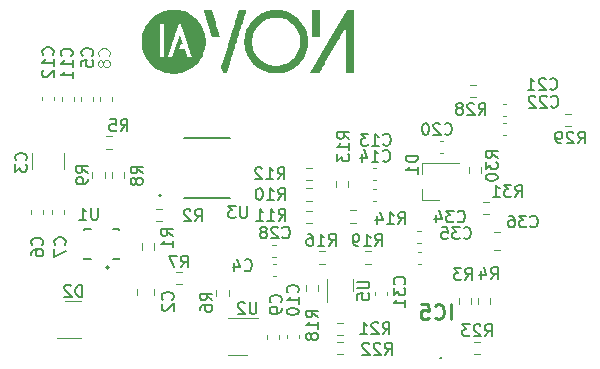
<source format=gbo>
G04 #@! TF.GenerationSoftware,KiCad,Pcbnew,7.0.1*
G04 #@! TF.CreationDate,2023-11-26T12:32:17+08:00*
G04 #@! TF.ProjectId,SourceFIle,536f7572-6365-4464-996c-652e6b696361,02*
G04 #@! TF.SameCoordinates,Original*
G04 #@! TF.FileFunction,Legend,Bot*
G04 #@! TF.FilePolarity,Positive*
%FSLAX46Y46*%
G04 Gerber Fmt 4.6, Leading zero omitted, Abs format (unit mm)*
G04 Created by KiCad (PCBNEW 7.0.1) date 2023-11-26 12:32:17*
%MOMM*%
%LPD*%
G01*
G04 APERTURE LIST*
%ADD10C,0.150000*%
%ADD11C,0.100000*%
%ADD12C,0.254000*%
%ADD13C,0.120000*%
%ADD14C,0.127000*%
%ADD15C,0.200000*%
G04 APERTURE END LIST*
D10*
X158456369Y-93573095D02*
X159265892Y-93573095D01*
X159265892Y-93573095D02*
X159361130Y-93620714D01*
X159361130Y-93620714D02*
X159408750Y-93668333D01*
X159408750Y-93668333D02*
X159456369Y-93763571D01*
X159456369Y-93763571D02*
X159456369Y-93954047D01*
X159456369Y-93954047D02*
X159408750Y-94049285D01*
X159408750Y-94049285D02*
X159361130Y-94096904D01*
X159361130Y-94096904D02*
X159265892Y-94144523D01*
X159265892Y-94144523D02*
X158456369Y-94144523D01*
X158456369Y-95096904D02*
X158456369Y-94620714D01*
X158456369Y-94620714D02*
X158932559Y-94573095D01*
X158932559Y-94573095D02*
X158884940Y-94620714D01*
X158884940Y-94620714D02*
X158837321Y-94715952D01*
X158837321Y-94715952D02*
X158837321Y-94954047D01*
X158837321Y-94954047D02*
X158884940Y-95049285D01*
X158884940Y-95049285D02*
X158932559Y-95096904D01*
X158932559Y-95096904D02*
X159027797Y-95144523D01*
X159027797Y-95144523D02*
X159265892Y-95144523D01*
X159265892Y-95144523D02*
X159361130Y-95096904D01*
X159361130Y-95096904D02*
X159408750Y-95049285D01*
X159408750Y-95049285D02*
X159456369Y-94954047D01*
X159456369Y-94954047D02*
X159456369Y-94715952D01*
X159456369Y-94715952D02*
X159408750Y-94620714D01*
X159408750Y-94620714D02*
X159361130Y-94573095D01*
X156044107Y-90527619D02*
X156377440Y-90051428D01*
X156615535Y-90527619D02*
X156615535Y-89527619D01*
X156615535Y-89527619D02*
X156234583Y-89527619D01*
X156234583Y-89527619D02*
X156139345Y-89575238D01*
X156139345Y-89575238D02*
X156091726Y-89622857D01*
X156091726Y-89622857D02*
X156044107Y-89718095D01*
X156044107Y-89718095D02*
X156044107Y-89860952D01*
X156044107Y-89860952D02*
X156091726Y-89956190D01*
X156091726Y-89956190D02*
X156139345Y-90003809D01*
X156139345Y-90003809D02*
X156234583Y-90051428D01*
X156234583Y-90051428D02*
X156615535Y-90051428D01*
X155091726Y-90527619D02*
X155663154Y-90527619D01*
X155377440Y-90527619D02*
X155377440Y-89527619D01*
X155377440Y-89527619D02*
X155472678Y-89670476D01*
X155472678Y-89670476D02*
X155567916Y-89765714D01*
X155567916Y-89765714D02*
X155663154Y-89813333D01*
X154234583Y-89527619D02*
X154425059Y-89527619D01*
X154425059Y-89527619D02*
X154520297Y-89575238D01*
X154520297Y-89575238D02*
X154567916Y-89622857D01*
X154567916Y-89622857D02*
X154663154Y-89765714D01*
X154663154Y-89765714D02*
X154710773Y-89956190D01*
X154710773Y-89956190D02*
X154710773Y-90337142D01*
X154710773Y-90337142D02*
X154663154Y-90432380D01*
X154663154Y-90432380D02*
X154615535Y-90480000D01*
X154615535Y-90480000D02*
X154520297Y-90527619D01*
X154520297Y-90527619D02*
X154329821Y-90527619D01*
X154329821Y-90527619D02*
X154234583Y-90480000D01*
X154234583Y-90480000D02*
X154186964Y-90432380D01*
X154186964Y-90432380D02*
X154139345Y-90337142D01*
X154139345Y-90337142D02*
X154139345Y-90099047D01*
X154139345Y-90099047D02*
X154186964Y-90003809D01*
X154186964Y-90003809D02*
X154234583Y-89956190D01*
X154234583Y-89956190D02*
X154329821Y-89908571D01*
X154329821Y-89908571D02*
X154520297Y-89908571D01*
X154520297Y-89908571D02*
X154615535Y-89956190D01*
X154615535Y-89956190D02*
X154663154Y-90003809D01*
X154663154Y-90003809D02*
X154710773Y-90099047D01*
X160784107Y-99747619D02*
X161117440Y-99271428D01*
X161355535Y-99747619D02*
X161355535Y-98747619D01*
X161355535Y-98747619D02*
X160974583Y-98747619D01*
X160974583Y-98747619D02*
X160879345Y-98795238D01*
X160879345Y-98795238D02*
X160831726Y-98842857D01*
X160831726Y-98842857D02*
X160784107Y-98938095D01*
X160784107Y-98938095D02*
X160784107Y-99080952D01*
X160784107Y-99080952D02*
X160831726Y-99176190D01*
X160831726Y-99176190D02*
X160879345Y-99223809D01*
X160879345Y-99223809D02*
X160974583Y-99271428D01*
X160974583Y-99271428D02*
X161355535Y-99271428D01*
X160403154Y-98842857D02*
X160355535Y-98795238D01*
X160355535Y-98795238D02*
X160260297Y-98747619D01*
X160260297Y-98747619D02*
X160022202Y-98747619D01*
X160022202Y-98747619D02*
X159926964Y-98795238D01*
X159926964Y-98795238D02*
X159879345Y-98842857D01*
X159879345Y-98842857D02*
X159831726Y-98938095D01*
X159831726Y-98938095D02*
X159831726Y-99033333D01*
X159831726Y-99033333D02*
X159879345Y-99176190D01*
X159879345Y-99176190D02*
X160450773Y-99747619D01*
X160450773Y-99747619D02*
X159831726Y-99747619D01*
X159450773Y-98842857D02*
X159403154Y-98795238D01*
X159403154Y-98795238D02*
X159307916Y-98747619D01*
X159307916Y-98747619D02*
X159069821Y-98747619D01*
X159069821Y-98747619D02*
X158974583Y-98795238D01*
X158974583Y-98795238D02*
X158926964Y-98842857D01*
X158926964Y-98842857D02*
X158879345Y-98938095D01*
X158879345Y-98938095D02*
X158879345Y-99033333D01*
X158879345Y-99033333D02*
X158926964Y-99176190D01*
X158926964Y-99176190D02*
X159498392Y-99747619D01*
X159498392Y-99747619D02*
X158879345Y-99747619D01*
X151948630Y-95328333D02*
X151996250Y-95280714D01*
X151996250Y-95280714D02*
X152043869Y-95137857D01*
X152043869Y-95137857D02*
X152043869Y-95042619D01*
X152043869Y-95042619D02*
X151996250Y-94899762D01*
X151996250Y-94899762D02*
X151901011Y-94804524D01*
X151901011Y-94804524D02*
X151805773Y-94756905D01*
X151805773Y-94756905D02*
X151615297Y-94709286D01*
X151615297Y-94709286D02*
X151472440Y-94709286D01*
X151472440Y-94709286D02*
X151281964Y-94756905D01*
X151281964Y-94756905D02*
X151186726Y-94804524D01*
X151186726Y-94804524D02*
X151091488Y-94899762D01*
X151091488Y-94899762D02*
X151043869Y-95042619D01*
X151043869Y-95042619D02*
X151043869Y-95137857D01*
X151043869Y-95137857D02*
X151091488Y-95280714D01*
X151091488Y-95280714D02*
X151139107Y-95328333D01*
X152043869Y-95804524D02*
X152043869Y-95995000D01*
X152043869Y-95995000D02*
X151996250Y-96090238D01*
X151996250Y-96090238D02*
X151948630Y-96137857D01*
X151948630Y-96137857D02*
X151805773Y-96233095D01*
X151805773Y-96233095D02*
X151615297Y-96280714D01*
X151615297Y-96280714D02*
X151234345Y-96280714D01*
X151234345Y-96280714D02*
X151139107Y-96233095D01*
X151139107Y-96233095D02*
X151091488Y-96185476D01*
X151091488Y-96185476D02*
X151043869Y-96090238D01*
X151043869Y-96090238D02*
X151043869Y-95899762D01*
X151043869Y-95899762D02*
X151091488Y-95804524D01*
X151091488Y-95804524D02*
X151139107Y-95756905D01*
X151139107Y-95756905D02*
X151234345Y-95709286D01*
X151234345Y-95709286D02*
X151472440Y-95709286D01*
X151472440Y-95709286D02*
X151567678Y-95756905D01*
X151567678Y-95756905D02*
X151615297Y-95804524D01*
X151615297Y-95804524D02*
X151662916Y-95899762D01*
X151662916Y-95899762D02*
X151662916Y-96090238D01*
X151662916Y-96090238D02*
X151615297Y-96185476D01*
X151615297Y-96185476D02*
X151567678Y-96233095D01*
X151567678Y-96233095D02*
X151472440Y-96280714D01*
X165834107Y-81042380D02*
X165881726Y-81090000D01*
X165881726Y-81090000D02*
X166024583Y-81137619D01*
X166024583Y-81137619D02*
X166119821Y-81137619D01*
X166119821Y-81137619D02*
X166262678Y-81090000D01*
X166262678Y-81090000D02*
X166357916Y-80994761D01*
X166357916Y-80994761D02*
X166405535Y-80899523D01*
X166405535Y-80899523D02*
X166453154Y-80709047D01*
X166453154Y-80709047D02*
X166453154Y-80566190D01*
X166453154Y-80566190D02*
X166405535Y-80375714D01*
X166405535Y-80375714D02*
X166357916Y-80280476D01*
X166357916Y-80280476D02*
X166262678Y-80185238D01*
X166262678Y-80185238D02*
X166119821Y-80137619D01*
X166119821Y-80137619D02*
X166024583Y-80137619D01*
X166024583Y-80137619D02*
X165881726Y-80185238D01*
X165881726Y-80185238D02*
X165834107Y-80232857D01*
X165453154Y-80232857D02*
X165405535Y-80185238D01*
X165405535Y-80185238D02*
X165310297Y-80137619D01*
X165310297Y-80137619D02*
X165072202Y-80137619D01*
X165072202Y-80137619D02*
X164976964Y-80185238D01*
X164976964Y-80185238D02*
X164929345Y-80232857D01*
X164929345Y-80232857D02*
X164881726Y-80328095D01*
X164881726Y-80328095D02*
X164881726Y-80423333D01*
X164881726Y-80423333D02*
X164929345Y-80566190D01*
X164929345Y-80566190D02*
X165500773Y-81137619D01*
X165500773Y-81137619D02*
X164881726Y-81137619D01*
X164262678Y-80137619D02*
X164167440Y-80137619D01*
X164167440Y-80137619D02*
X164072202Y-80185238D01*
X164072202Y-80185238D02*
X164024583Y-80232857D01*
X164024583Y-80232857D02*
X163976964Y-80328095D01*
X163976964Y-80328095D02*
X163929345Y-80518571D01*
X163929345Y-80518571D02*
X163929345Y-80756666D01*
X163929345Y-80756666D02*
X163976964Y-80947142D01*
X163976964Y-80947142D02*
X164024583Y-81042380D01*
X164024583Y-81042380D02*
X164072202Y-81090000D01*
X164072202Y-81090000D02*
X164167440Y-81137619D01*
X164167440Y-81137619D02*
X164262678Y-81137619D01*
X164262678Y-81137619D02*
X164357916Y-81090000D01*
X164357916Y-81090000D02*
X164405535Y-81042380D01*
X164405535Y-81042380D02*
X164453154Y-80947142D01*
X164453154Y-80947142D02*
X164500773Y-80756666D01*
X164500773Y-80756666D02*
X164500773Y-80518571D01*
X164500773Y-80518571D02*
X164453154Y-80328095D01*
X164453154Y-80328095D02*
X164405535Y-80232857D01*
X164405535Y-80232857D02*
X164357916Y-80185238D01*
X164357916Y-80185238D02*
X164262678Y-80137619D01*
X160604107Y-98017619D02*
X160937440Y-97541428D01*
X161175535Y-98017619D02*
X161175535Y-97017619D01*
X161175535Y-97017619D02*
X160794583Y-97017619D01*
X160794583Y-97017619D02*
X160699345Y-97065238D01*
X160699345Y-97065238D02*
X160651726Y-97112857D01*
X160651726Y-97112857D02*
X160604107Y-97208095D01*
X160604107Y-97208095D02*
X160604107Y-97350952D01*
X160604107Y-97350952D02*
X160651726Y-97446190D01*
X160651726Y-97446190D02*
X160699345Y-97493809D01*
X160699345Y-97493809D02*
X160794583Y-97541428D01*
X160794583Y-97541428D02*
X161175535Y-97541428D01*
X160223154Y-97112857D02*
X160175535Y-97065238D01*
X160175535Y-97065238D02*
X160080297Y-97017619D01*
X160080297Y-97017619D02*
X159842202Y-97017619D01*
X159842202Y-97017619D02*
X159746964Y-97065238D01*
X159746964Y-97065238D02*
X159699345Y-97112857D01*
X159699345Y-97112857D02*
X159651726Y-97208095D01*
X159651726Y-97208095D02*
X159651726Y-97303333D01*
X159651726Y-97303333D02*
X159699345Y-97446190D01*
X159699345Y-97446190D02*
X160270773Y-98017619D01*
X160270773Y-98017619D02*
X159651726Y-98017619D01*
X158699345Y-98017619D02*
X159270773Y-98017619D01*
X158985059Y-98017619D02*
X158985059Y-97017619D01*
X158985059Y-97017619D02*
X159080297Y-97160476D01*
X159080297Y-97160476D02*
X159175535Y-97255714D01*
X159175535Y-97255714D02*
X159270773Y-97303333D01*
X143517916Y-92367619D02*
X143851249Y-91891428D01*
X144089344Y-92367619D02*
X144089344Y-91367619D01*
X144089344Y-91367619D02*
X143708392Y-91367619D01*
X143708392Y-91367619D02*
X143613154Y-91415238D01*
X143613154Y-91415238D02*
X143565535Y-91462857D01*
X143565535Y-91462857D02*
X143517916Y-91558095D01*
X143517916Y-91558095D02*
X143517916Y-91700952D01*
X143517916Y-91700952D02*
X143565535Y-91796190D01*
X143565535Y-91796190D02*
X143613154Y-91843809D01*
X143613154Y-91843809D02*
X143708392Y-91891428D01*
X143708392Y-91891428D02*
X144089344Y-91891428D01*
X143184582Y-91367619D02*
X142517916Y-91367619D01*
X142517916Y-91367619D02*
X142946487Y-92367619D01*
X140283869Y-84408333D02*
X139807678Y-84075000D01*
X140283869Y-83836905D02*
X139283869Y-83836905D01*
X139283869Y-83836905D02*
X139283869Y-84217857D01*
X139283869Y-84217857D02*
X139331488Y-84313095D01*
X139331488Y-84313095D02*
X139379107Y-84360714D01*
X139379107Y-84360714D02*
X139474345Y-84408333D01*
X139474345Y-84408333D02*
X139617202Y-84408333D01*
X139617202Y-84408333D02*
X139712440Y-84360714D01*
X139712440Y-84360714D02*
X139760059Y-84313095D01*
X139760059Y-84313095D02*
X139807678Y-84217857D01*
X139807678Y-84217857D02*
X139807678Y-83836905D01*
X139712440Y-84979762D02*
X139664821Y-84884524D01*
X139664821Y-84884524D02*
X139617202Y-84836905D01*
X139617202Y-84836905D02*
X139521964Y-84789286D01*
X139521964Y-84789286D02*
X139474345Y-84789286D01*
X139474345Y-84789286D02*
X139379107Y-84836905D01*
X139379107Y-84836905D02*
X139331488Y-84884524D01*
X139331488Y-84884524D02*
X139283869Y-84979762D01*
X139283869Y-84979762D02*
X139283869Y-85170238D01*
X139283869Y-85170238D02*
X139331488Y-85265476D01*
X139331488Y-85265476D02*
X139379107Y-85313095D01*
X139379107Y-85313095D02*
X139474345Y-85360714D01*
X139474345Y-85360714D02*
X139521964Y-85360714D01*
X139521964Y-85360714D02*
X139617202Y-85313095D01*
X139617202Y-85313095D02*
X139664821Y-85265476D01*
X139664821Y-85265476D02*
X139712440Y-85170238D01*
X139712440Y-85170238D02*
X139712440Y-84979762D01*
X139712440Y-84979762D02*
X139760059Y-84884524D01*
X139760059Y-84884524D02*
X139807678Y-84836905D01*
X139807678Y-84836905D02*
X139902916Y-84789286D01*
X139902916Y-84789286D02*
X140093392Y-84789286D01*
X140093392Y-84789286D02*
X140188630Y-84836905D01*
X140188630Y-84836905D02*
X140236250Y-84884524D01*
X140236250Y-84884524D02*
X140283869Y-84979762D01*
X140283869Y-84979762D02*
X140283869Y-85170238D01*
X140283869Y-85170238D02*
X140236250Y-85265476D01*
X140236250Y-85265476D02*
X140188630Y-85313095D01*
X140188630Y-85313095D02*
X140093392Y-85360714D01*
X140093392Y-85360714D02*
X139902916Y-85360714D01*
X139902916Y-85360714D02*
X139807678Y-85313095D01*
X139807678Y-85313095D02*
X139760059Y-85265476D01*
X139760059Y-85265476D02*
X139712440Y-85170238D01*
X135159344Y-94847619D02*
X135159344Y-93847619D01*
X135159344Y-93847619D02*
X134921249Y-93847619D01*
X134921249Y-93847619D02*
X134778392Y-93895238D01*
X134778392Y-93895238D02*
X134683154Y-93990476D01*
X134683154Y-93990476D02*
X134635535Y-94085714D01*
X134635535Y-94085714D02*
X134587916Y-94276190D01*
X134587916Y-94276190D02*
X134587916Y-94419047D01*
X134587916Y-94419047D02*
X134635535Y-94609523D01*
X134635535Y-94609523D02*
X134683154Y-94704761D01*
X134683154Y-94704761D02*
X134778392Y-94800000D01*
X134778392Y-94800000D02*
X134921249Y-94847619D01*
X134921249Y-94847619D02*
X135159344Y-94847619D01*
X134206963Y-93942857D02*
X134159344Y-93895238D01*
X134159344Y-93895238D02*
X134064106Y-93847619D01*
X134064106Y-93847619D02*
X133826011Y-93847619D01*
X133826011Y-93847619D02*
X133730773Y-93895238D01*
X133730773Y-93895238D02*
X133683154Y-93942857D01*
X133683154Y-93942857D02*
X133635535Y-94038095D01*
X133635535Y-94038095D02*
X133635535Y-94133333D01*
X133635535Y-94133333D02*
X133683154Y-94276190D01*
X133683154Y-94276190D02*
X134254582Y-94847619D01*
X134254582Y-94847619D02*
X133635535Y-94847619D01*
X157763869Y-81482142D02*
X157287678Y-81148809D01*
X157763869Y-80910714D02*
X156763869Y-80910714D01*
X156763869Y-80910714D02*
X156763869Y-81291666D01*
X156763869Y-81291666D02*
X156811488Y-81386904D01*
X156811488Y-81386904D02*
X156859107Y-81434523D01*
X156859107Y-81434523D02*
X156954345Y-81482142D01*
X156954345Y-81482142D02*
X157097202Y-81482142D01*
X157097202Y-81482142D02*
X157192440Y-81434523D01*
X157192440Y-81434523D02*
X157240059Y-81386904D01*
X157240059Y-81386904D02*
X157287678Y-81291666D01*
X157287678Y-81291666D02*
X157287678Y-80910714D01*
X157763869Y-82434523D02*
X157763869Y-81863095D01*
X157763869Y-82148809D02*
X156763869Y-82148809D01*
X156763869Y-82148809D02*
X156906726Y-82053571D01*
X156906726Y-82053571D02*
X157001964Y-81958333D01*
X157001964Y-81958333D02*
X157049583Y-81863095D01*
X156763869Y-82767857D02*
X156763869Y-83386904D01*
X156763869Y-83386904D02*
X157144821Y-83053571D01*
X157144821Y-83053571D02*
X157144821Y-83196428D01*
X157144821Y-83196428D02*
X157192440Y-83291666D01*
X157192440Y-83291666D02*
X157240059Y-83339285D01*
X157240059Y-83339285D02*
X157335297Y-83386904D01*
X157335297Y-83386904D02*
X157573392Y-83386904D01*
X157573392Y-83386904D02*
X157668630Y-83339285D01*
X157668630Y-83339285D02*
X157716250Y-83291666D01*
X157716250Y-83291666D02*
X157763869Y-83196428D01*
X157763869Y-83196428D02*
X157763869Y-82910714D01*
X157763869Y-82910714D02*
X157716250Y-82815476D01*
X157716250Y-82815476D02*
X157668630Y-82767857D01*
X174859107Y-78742380D02*
X174906726Y-78790000D01*
X174906726Y-78790000D02*
X175049583Y-78837619D01*
X175049583Y-78837619D02*
X175144821Y-78837619D01*
X175144821Y-78837619D02*
X175287678Y-78790000D01*
X175287678Y-78790000D02*
X175382916Y-78694761D01*
X175382916Y-78694761D02*
X175430535Y-78599523D01*
X175430535Y-78599523D02*
X175478154Y-78409047D01*
X175478154Y-78409047D02*
X175478154Y-78266190D01*
X175478154Y-78266190D02*
X175430535Y-78075714D01*
X175430535Y-78075714D02*
X175382916Y-77980476D01*
X175382916Y-77980476D02*
X175287678Y-77885238D01*
X175287678Y-77885238D02*
X175144821Y-77837619D01*
X175144821Y-77837619D02*
X175049583Y-77837619D01*
X175049583Y-77837619D02*
X174906726Y-77885238D01*
X174906726Y-77885238D02*
X174859107Y-77932857D01*
X174478154Y-77932857D02*
X174430535Y-77885238D01*
X174430535Y-77885238D02*
X174335297Y-77837619D01*
X174335297Y-77837619D02*
X174097202Y-77837619D01*
X174097202Y-77837619D02*
X174001964Y-77885238D01*
X174001964Y-77885238D02*
X173954345Y-77932857D01*
X173954345Y-77932857D02*
X173906726Y-78028095D01*
X173906726Y-78028095D02*
X173906726Y-78123333D01*
X173906726Y-78123333D02*
X173954345Y-78266190D01*
X173954345Y-78266190D02*
X174525773Y-78837619D01*
X174525773Y-78837619D02*
X173906726Y-78837619D01*
X173525773Y-77932857D02*
X173478154Y-77885238D01*
X173478154Y-77885238D02*
X173382916Y-77837619D01*
X173382916Y-77837619D02*
X173144821Y-77837619D01*
X173144821Y-77837619D02*
X173049583Y-77885238D01*
X173049583Y-77885238D02*
X173001964Y-77932857D01*
X173001964Y-77932857D02*
X172954345Y-78028095D01*
X172954345Y-78028095D02*
X172954345Y-78123333D01*
X172954345Y-78123333D02*
X173001964Y-78266190D01*
X173001964Y-78266190D02*
X173573392Y-78837619D01*
X173573392Y-78837619D02*
X172954345Y-78837619D01*
X162428630Y-93782142D02*
X162476250Y-93734523D01*
X162476250Y-93734523D02*
X162523869Y-93591666D01*
X162523869Y-93591666D02*
X162523869Y-93496428D01*
X162523869Y-93496428D02*
X162476250Y-93353571D01*
X162476250Y-93353571D02*
X162381011Y-93258333D01*
X162381011Y-93258333D02*
X162285773Y-93210714D01*
X162285773Y-93210714D02*
X162095297Y-93163095D01*
X162095297Y-93163095D02*
X161952440Y-93163095D01*
X161952440Y-93163095D02*
X161761964Y-93210714D01*
X161761964Y-93210714D02*
X161666726Y-93258333D01*
X161666726Y-93258333D02*
X161571488Y-93353571D01*
X161571488Y-93353571D02*
X161523869Y-93496428D01*
X161523869Y-93496428D02*
X161523869Y-93591666D01*
X161523869Y-93591666D02*
X161571488Y-93734523D01*
X161571488Y-93734523D02*
X161619107Y-93782142D01*
X161523869Y-94115476D02*
X161523869Y-94734523D01*
X161523869Y-94734523D02*
X161904821Y-94401190D01*
X161904821Y-94401190D02*
X161904821Y-94544047D01*
X161904821Y-94544047D02*
X161952440Y-94639285D01*
X161952440Y-94639285D02*
X162000059Y-94686904D01*
X162000059Y-94686904D02*
X162095297Y-94734523D01*
X162095297Y-94734523D02*
X162333392Y-94734523D01*
X162333392Y-94734523D02*
X162428630Y-94686904D01*
X162428630Y-94686904D02*
X162476250Y-94639285D01*
X162476250Y-94639285D02*
X162523869Y-94544047D01*
X162523869Y-94544047D02*
X162523869Y-94258333D01*
X162523869Y-94258333D02*
X162476250Y-94163095D01*
X162476250Y-94163095D02*
X162428630Y-94115476D01*
X162523869Y-95686904D02*
X162523869Y-95115476D01*
X162523869Y-95401190D02*
X161523869Y-95401190D01*
X161523869Y-95401190D02*
X161666726Y-95305952D01*
X161666726Y-95305952D02*
X161761964Y-95210714D01*
X161761964Y-95210714D02*
X161809583Y-95115476D01*
X155113869Y-96602142D02*
X154637678Y-96268809D01*
X155113869Y-96030714D02*
X154113869Y-96030714D01*
X154113869Y-96030714D02*
X154113869Y-96411666D01*
X154113869Y-96411666D02*
X154161488Y-96506904D01*
X154161488Y-96506904D02*
X154209107Y-96554523D01*
X154209107Y-96554523D02*
X154304345Y-96602142D01*
X154304345Y-96602142D02*
X154447202Y-96602142D01*
X154447202Y-96602142D02*
X154542440Y-96554523D01*
X154542440Y-96554523D02*
X154590059Y-96506904D01*
X154590059Y-96506904D02*
X154637678Y-96411666D01*
X154637678Y-96411666D02*
X154637678Y-96030714D01*
X155113869Y-97554523D02*
X155113869Y-96983095D01*
X155113869Y-97268809D02*
X154113869Y-97268809D01*
X154113869Y-97268809D02*
X154256726Y-97173571D01*
X154256726Y-97173571D02*
X154351964Y-97078333D01*
X154351964Y-97078333D02*
X154399583Y-96983095D01*
X154542440Y-98125952D02*
X154494821Y-98030714D01*
X154494821Y-98030714D02*
X154447202Y-97983095D01*
X154447202Y-97983095D02*
X154351964Y-97935476D01*
X154351964Y-97935476D02*
X154304345Y-97935476D01*
X154304345Y-97935476D02*
X154209107Y-97983095D01*
X154209107Y-97983095D02*
X154161488Y-98030714D01*
X154161488Y-98030714D02*
X154113869Y-98125952D01*
X154113869Y-98125952D02*
X154113869Y-98316428D01*
X154113869Y-98316428D02*
X154161488Y-98411666D01*
X154161488Y-98411666D02*
X154209107Y-98459285D01*
X154209107Y-98459285D02*
X154304345Y-98506904D01*
X154304345Y-98506904D02*
X154351964Y-98506904D01*
X154351964Y-98506904D02*
X154447202Y-98459285D01*
X154447202Y-98459285D02*
X154494821Y-98411666D01*
X154494821Y-98411666D02*
X154542440Y-98316428D01*
X154542440Y-98316428D02*
X154542440Y-98125952D01*
X154542440Y-98125952D02*
X154590059Y-98030714D01*
X154590059Y-98030714D02*
X154637678Y-97983095D01*
X154637678Y-97983095D02*
X154732916Y-97935476D01*
X154732916Y-97935476D02*
X154923392Y-97935476D01*
X154923392Y-97935476D02*
X155018630Y-97983095D01*
X155018630Y-97983095D02*
X155066250Y-98030714D01*
X155066250Y-98030714D02*
X155113869Y-98125952D01*
X155113869Y-98125952D02*
X155113869Y-98316428D01*
X155113869Y-98316428D02*
X155066250Y-98411666D01*
X155066250Y-98411666D02*
X155018630Y-98459285D01*
X155018630Y-98459285D02*
X154923392Y-98506904D01*
X154923392Y-98506904D02*
X154732916Y-98506904D01*
X154732916Y-98506904D02*
X154637678Y-98459285D01*
X154637678Y-98459285D02*
X154590059Y-98411666D01*
X154590059Y-98411666D02*
X154542440Y-98316428D01*
X149103154Y-87167619D02*
X149103154Y-87977142D01*
X149103154Y-87977142D02*
X149055535Y-88072380D01*
X149055535Y-88072380D02*
X149007916Y-88120000D01*
X149007916Y-88120000D02*
X148912678Y-88167619D01*
X148912678Y-88167619D02*
X148722202Y-88167619D01*
X148722202Y-88167619D02*
X148626964Y-88120000D01*
X148626964Y-88120000D02*
X148579345Y-88072380D01*
X148579345Y-88072380D02*
X148531726Y-87977142D01*
X148531726Y-87977142D02*
X148531726Y-87167619D01*
X148150773Y-87167619D02*
X147531726Y-87167619D01*
X147531726Y-87167619D02*
X147865059Y-87548571D01*
X147865059Y-87548571D02*
X147722202Y-87548571D01*
X147722202Y-87548571D02*
X147626964Y-87596190D01*
X147626964Y-87596190D02*
X147579345Y-87643809D01*
X147579345Y-87643809D02*
X147531726Y-87739047D01*
X147531726Y-87739047D02*
X147531726Y-87977142D01*
X147531726Y-87977142D02*
X147579345Y-88072380D01*
X147579345Y-88072380D02*
X147626964Y-88120000D01*
X147626964Y-88120000D02*
X147722202Y-88167619D01*
X147722202Y-88167619D02*
X148007916Y-88167619D01*
X148007916Y-88167619D02*
X148103154Y-88120000D01*
X148103154Y-88120000D02*
X148150773Y-88072380D01*
X136483154Y-87327619D02*
X136483154Y-88137142D01*
X136483154Y-88137142D02*
X136435535Y-88232380D01*
X136435535Y-88232380D02*
X136387916Y-88280000D01*
X136387916Y-88280000D02*
X136292678Y-88327619D01*
X136292678Y-88327619D02*
X136102202Y-88327619D01*
X136102202Y-88327619D02*
X136006964Y-88280000D01*
X136006964Y-88280000D02*
X135959345Y-88232380D01*
X135959345Y-88232380D02*
X135911726Y-88137142D01*
X135911726Y-88137142D02*
X135911726Y-87327619D01*
X134911726Y-88327619D02*
X135483154Y-88327619D01*
X135197440Y-88327619D02*
X135197440Y-87327619D01*
X135197440Y-87327619D02*
X135292678Y-87470476D01*
X135292678Y-87470476D02*
X135387916Y-87565714D01*
X135387916Y-87565714D02*
X135483154Y-87613333D01*
X169757916Y-93367619D02*
X170091249Y-92891428D01*
X170329344Y-93367619D02*
X170329344Y-92367619D01*
X170329344Y-92367619D02*
X169948392Y-92367619D01*
X169948392Y-92367619D02*
X169853154Y-92415238D01*
X169853154Y-92415238D02*
X169805535Y-92462857D01*
X169805535Y-92462857D02*
X169757916Y-92558095D01*
X169757916Y-92558095D02*
X169757916Y-92700952D01*
X169757916Y-92700952D02*
X169805535Y-92796190D01*
X169805535Y-92796190D02*
X169853154Y-92843809D01*
X169853154Y-92843809D02*
X169948392Y-92891428D01*
X169948392Y-92891428D02*
X170329344Y-92891428D01*
X168900773Y-92700952D02*
X168900773Y-93367619D01*
X169138868Y-92320000D02*
X169376963Y-93034285D01*
X169376963Y-93034285D02*
X168757916Y-93034285D01*
X153388630Y-94482142D02*
X153436250Y-94434523D01*
X153436250Y-94434523D02*
X153483869Y-94291666D01*
X153483869Y-94291666D02*
X153483869Y-94196428D01*
X153483869Y-94196428D02*
X153436250Y-94053571D01*
X153436250Y-94053571D02*
X153341011Y-93958333D01*
X153341011Y-93958333D02*
X153245773Y-93910714D01*
X153245773Y-93910714D02*
X153055297Y-93863095D01*
X153055297Y-93863095D02*
X152912440Y-93863095D01*
X152912440Y-93863095D02*
X152721964Y-93910714D01*
X152721964Y-93910714D02*
X152626726Y-93958333D01*
X152626726Y-93958333D02*
X152531488Y-94053571D01*
X152531488Y-94053571D02*
X152483869Y-94196428D01*
X152483869Y-94196428D02*
X152483869Y-94291666D01*
X152483869Y-94291666D02*
X152531488Y-94434523D01*
X152531488Y-94434523D02*
X152579107Y-94482142D01*
X153483869Y-95434523D02*
X153483869Y-94863095D01*
X153483869Y-95148809D02*
X152483869Y-95148809D01*
X152483869Y-95148809D02*
X152626726Y-95053571D01*
X152626726Y-95053571D02*
X152721964Y-94958333D01*
X152721964Y-94958333D02*
X152769583Y-94863095D01*
X152483869Y-96053571D02*
X152483869Y-96148809D01*
X152483869Y-96148809D02*
X152531488Y-96244047D01*
X152531488Y-96244047D02*
X152579107Y-96291666D01*
X152579107Y-96291666D02*
X152674345Y-96339285D01*
X152674345Y-96339285D02*
X152864821Y-96386904D01*
X152864821Y-96386904D02*
X153102916Y-96386904D01*
X153102916Y-96386904D02*
X153293392Y-96339285D01*
X153293392Y-96339285D02*
X153388630Y-96291666D01*
X153388630Y-96291666D02*
X153436250Y-96244047D01*
X153436250Y-96244047D02*
X153483869Y-96148809D01*
X153483869Y-96148809D02*
X153483869Y-96053571D01*
X153483869Y-96053571D02*
X153436250Y-95958333D01*
X153436250Y-95958333D02*
X153388630Y-95910714D01*
X153388630Y-95910714D02*
X153293392Y-95863095D01*
X153293392Y-95863095D02*
X153102916Y-95815476D01*
X153102916Y-95815476D02*
X152864821Y-95815476D01*
X152864821Y-95815476D02*
X152674345Y-95863095D01*
X152674345Y-95863095D02*
X152579107Y-95910714D01*
X152579107Y-95910714D02*
X152531488Y-95958333D01*
X152531488Y-95958333D02*
X152483869Y-96053571D01*
X167454107Y-89852380D02*
X167501726Y-89900000D01*
X167501726Y-89900000D02*
X167644583Y-89947619D01*
X167644583Y-89947619D02*
X167739821Y-89947619D01*
X167739821Y-89947619D02*
X167882678Y-89900000D01*
X167882678Y-89900000D02*
X167977916Y-89804761D01*
X167977916Y-89804761D02*
X168025535Y-89709523D01*
X168025535Y-89709523D02*
X168073154Y-89519047D01*
X168073154Y-89519047D02*
X168073154Y-89376190D01*
X168073154Y-89376190D02*
X168025535Y-89185714D01*
X168025535Y-89185714D02*
X167977916Y-89090476D01*
X167977916Y-89090476D02*
X167882678Y-88995238D01*
X167882678Y-88995238D02*
X167739821Y-88947619D01*
X167739821Y-88947619D02*
X167644583Y-88947619D01*
X167644583Y-88947619D02*
X167501726Y-88995238D01*
X167501726Y-88995238D02*
X167454107Y-89042857D01*
X167120773Y-88947619D02*
X166501726Y-88947619D01*
X166501726Y-88947619D02*
X166835059Y-89328571D01*
X166835059Y-89328571D02*
X166692202Y-89328571D01*
X166692202Y-89328571D02*
X166596964Y-89376190D01*
X166596964Y-89376190D02*
X166549345Y-89423809D01*
X166549345Y-89423809D02*
X166501726Y-89519047D01*
X166501726Y-89519047D02*
X166501726Y-89757142D01*
X166501726Y-89757142D02*
X166549345Y-89852380D01*
X166549345Y-89852380D02*
X166596964Y-89900000D01*
X166596964Y-89900000D02*
X166692202Y-89947619D01*
X166692202Y-89947619D02*
X166977916Y-89947619D01*
X166977916Y-89947619D02*
X167073154Y-89900000D01*
X167073154Y-89900000D02*
X167120773Y-89852380D01*
X165596964Y-88947619D02*
X166073154Y-88947619D01*
X166073154Y-88947619D02*
X166120773Y-89423809D01*
X166120773Y-89423809D02*
X166073154Y-89376190D01*
X166073154Y-89376190D02*
X165977916Y-89328571D01*
X165977916Y-89328571D02*
X165739821Y-89328571D01*
X165739821Y-89328571D02*
X165644583Y-89376190D01*
X165644583Y-89376190D02*
X165596964Y-89423809D01*
X165596964Y-89423809D02*
X165549345Y-89519047D01*
X165549345Y-89519047D02*
X165549345Y-89757142D01*
X165549345Y-89757142D02*
X165596964Y-89852380D01*
X165596964Y-89852380D02*
X165644583Y-89900000D01*
X165644583Y-89900000D02*
X165739821Y-89947619D01*
X165739821Y-89947619D02*
X165977916Y-89947619D01*
X165977916Y-89947619D02*
X166073154Y-89900000D01*
X166073154Y-89900000D02*
X166120773Y-89852380D01*
X160654107Y-81954880D02*
X160701726Y-82002500D01*
X160701726Y-82002500D02*
X160844583Y-82050119D01*
X160844583Y-82050119D02*
X160939821Y-82050119D01*
X160939821Y-82050119D02*
X161082678Y-82002500D01*
X161082678Y-82002500D02*
X161177916Y-81907261D01*
X161177916Y-81907261D02*
X161225535Y-81812023D01*
X161225535Y-81812023D02*
X161273154Y-81621547D01*
X161273154Y-81621547D02*
X161273154Y-81478690D01*
X161273154Y-81478690D02*
X161225535Y-81288214D01*
X161225535Y-81288214D02*
X161177916Y-81192976D01*
X161177916Y-81192976D02*
X161082678Y-81097738D01*
X161082678Y-81097738D02*
X160939821Y-81050119D01*
X160939821Y-81050119D02*
X160844583Y-81050119D01*
X160844583Y-81050119D02*
X160701726Y-81097738D01*
X160701726Y-81097738D02*
X160654107Y-81145357D01*
X159701726Y-82050119D02*
X160273154Y-82050119D01*
X159987440Y-82050119D02*
X159987440Y-81050119D01*
X159987440Y-81050119D02*
X160082678Y-81192976D01*
X160082678Y-81192976D02*
X160177916Y-81288214D01*
X160177916Y-81288214D02*
X160273154Y-81335833D01*
X159368392Y-81050119D02*
X158749345Y-81050119D01*
X158749345Y-81050119D02*
X159082678Y-81431071D01*
X159082678Y-81431071D02*
X158939821Y-81431071D01*
X158939821Y-81431071D02*
X158844583Y-81478690D01*
X158844583Y-81478690D02*
X158796964Y-81526309D01*
X158796964Y-81526309D02*
X158749345Y-81621547D01*
X158749345Y-81621547D02*
X158749345Y-81859642D01*
X158749345Y-81859642D02*
X158796964Y-81954880D01*
X158796964Y-81954880D02*
X158844583Y-82002500D01*
X158844583Y-82002500D02*
X158939821Y-82050119D01*
X158939821Y-82050119D02*
X159225535Y-82050119D01*
X159225535Y-82050119D02*
X159320773Y-82002500D01*
X159320773Y-82002500D02*
X159368392Y-81954880D01*
X151704107Y-84907619D02*
X152037440Y-84431428D01*
X152275535Y-84907619D02*
X152275535Y-83907619D01*
X152275535Y-83907619D02*
X151894583Y-83907619D01*
X151894583Y-83907619D02*
X151799345Y-83955238D01*
X151799345Y-83955238D02*
X151751726Y-84002857D01*
X151751726Y-84002857D02*
X151704107Y-84098095D01*
X151704107Y-84098095D02*
X151704107Y-84240952D01*
X151704107Y-84240952D02*
X151751726Y-84336190D01*
X151751726Y-84336190D02*
X151799345Y-84383809D01*
X151799345Y-84383809D02*
X151894583Y-84431428D01*
X151894583Y-84431428D02*
X152275535Y-84431428D01*
X150751726Y-84907619D02*
X151323154Y-84907619D01*
X151037440Y-84907619D02*
X151037440Y-83907619D01*
X151037440Y-83907619D02*
X151132678Y-84050476D01*
X151132678Y-84050476D02*
X151227916Y-84145714D01*
X151227916Y-84145714D02*
X151323154Y-84193333D01*
X150370773Y-84002857D02*
X150323154Y-83955238D01*
X150323154Y-83955238D02*
X150227916Y-83907619D01*
X150227916Y-83907619D02*
X149989821Y-83907619D01*
X149989821Y-83907619D02*
X149894583Y-83955238D01*
X149894583Y-83955238D02*
X149846964Y-84002857D01*
X149846964Y-84002857D02*
X149799345Y-84098095D01*
X149799345Y-84098095D02*
X149799345Y-84193333D01*
X149799345Y-84193333D02*
X149846964Y-84336190D01*
X149846964Y-84336190D02*
X150418392Y-84907619D01*
X150418392Y-84907619D02*
X149799345Y-84907619D01*
X148907916Y-92582380D02*
X148955535Y-92630000D01*
X148955535Y-92630000D02*
X149098392Y-92677619D01*
X149098392Y-92677619D02*
X149193630Y-92677619D01*
X149193630Y-92677619D02*
X149336487Y-92630000D01*
X149336487Y-92630000D02*
X149431725Y-92534761D01*
X149431725Y-92534761D02*
X149479344Y-92439523D01*
X149479344Y-92439523D02*
X149526963Y-92249047D01*
X149526963Y-92249047D02*
X149526963Y-92106190D01*
X149526963Y-92106190D02*
X149479344Y-91915714D01*
X149479344Y-91915714D02*
X149431725Y-91820476D01*
X149431725Y-91820476D02*
X149336487Y-91725238D01*
X149336487Y-91725238D02*
X149193630Y-91677619D01*
X149193630Y-91677619D02*
X149098392Y-91677619D01*
X149098392Y-91677619D02*
X148955535Y-91725238D01*
X148955535Y-91725238D02*
X148907916Y-91772857D01*
X148050773Y-92010952D02*
X148050773Y-92677619D01*
X148288868Y-91630000D02*
X148526963Y-92344285D01*
X148526963Y-92344285D02*
X147907916Y-92344285D01*
X160624107Y-83324880D02*
X160671726Y-83372500D01*
X160671726Y-83372500D02*
X160814583Y-83420119D01*
X160814583Y-83420119D02*
X160909821Y-83420119D01*
X160909821Y-83420119D02*
X161052678Y-83372500D01*
X161052678Y-83372500D02*
X161147916Y-83277261D01*
X161147916Y-83277261D02*
X161195535Y-83182023D01*
X161195535Y-83182023D02*
X161243154Y-82991547D01*
X161243154Y-82991547D02*
X161243154Y-82848690D01*
X161243154Y-82848690D02*
X161195535Y-82658214D01*
X161195535Y-82658214D02*
X161147916Y-82562976D01*
X161147916Y-82562976D02*
X161052678Y-82467738D01*
X161052678Y-82467738D02*
X160909821Y-82420119D01*
X160909821Y-82420119D02*
X160814583Y-82420119D01*
X160814583Y-82420119D02*
X160671726Y-82467738D01*
X160671726Y-82467738D02*
X160624107Y-82515357D01*
X159671726Y-83420119D02*
X160243154Y-83420119D01*
X159957440Y-83420119D02*
X159957440Y-82420119D01*
X159957440Y-82420119D02*
X160052678Y-82562976D01*
X160052678Y-82562976D02*
X160147916Y-82658214D01*
X160147916Y-82658214D02*
X160243154Y-82705833D01*
X158814583Y-82753452D02*
X158814583Y-83420119D01*
X159052678Y-82372500D02*
X159290773Y-83086785D01*
X159290773Y-83086785D02*
X158671726Y-83086785D01*
X169254107Y-98197619D02*
X169587440Y-97721428D01*
X169825535Y-98197619D02*
X169825535Y-97197619D01*
X169825535Y-97197619D02*
X169444583Y-97197619D01*
X169444583Y-97197619D02*
X169349345Y-97245238D01*
X169349345Y-97245238D02*
X169301726Y-97292857D01*
X169301726Y-97292857D02*
X169254107Y-97388095D01*
X169254107Y-97388095D02*
X169254107Y-97530952D01*
X169254107Y-97530952D02*
X169301726Y-97626190D01*
X169301726Y-97626190D02*
X169349345Y-97673809D01*
X169349345Y-97673809D02*
X169444583Y-97721428D01*
X169444583Y-97721428D02*
X169825535Y-97721428D01*
X168873154Y-97292857D02*
X168825535Y-97245238D01*
X168825535Y-97245238D02*
X168730297Y-97197619D01*
X168730297Y-97197619D02*
X168492202Y-97197619D01*
X168492202Y-97197619D02*
X168396964Y-97245238D01*
X168396964Y-97245238D02*
X168349345Y-97292857D01*
X168349345Y-97292857D02*
X168301726Y-97388095D01*
X168301726Y-97388095D02*
X168301726Y-97483333D01*
X168301726Y-97483333D02*
X168349345Y-97626190D01*
X168349345Y-97626190D02*
X168920773Y-98197619D01*
X168920773Y-98197619D02*
X168301726Y-98197619D01*
X167968392Y-97197619D02*
X167349345Y-97197619D01*
X167349345Y-97197619D02*
X167682678Y-97578571D01*
X167682678Y-97578571D02*
X167539821Y-97578571D01*
X167539821Y-97578571D02*
X167444583Y-97626190D01*
X167444583Y-97626190D02*
X167396964Y-97673809D01*
X167396964Y-97673809D02*
X167349345Y-97769047D01*
X167349345Y-97769047D02*
X167349345Y-98007142D01*
X167349345Y-98007142D02*
X167396964Y-98102380D01*
X167396964Y-98102380D02*
X167444583Y-98150000D01*
X167444583Y-98150000D02*
X167539821Y-98197619D01*
X167539821Y-98197619D02*
X167825535Y-98197619D01*
X167825535Y-98197619D02*
X167920773Y-98150000D01*
X167920773Y-98150000D02*
X167968392Y-98102380D01*
X151794107Y-88397619D02*
X152127440Y-87921428D01*
X152365535Y-88397619D02*
X152365535Y-87397619D01*
X152365535Y-87397619D02*
X151984583Y-87397619D01*
X151984583Y-87397619D02*
X151889345Y-87445238D01*
X151889345Y-87445238D02*
X151841726Y-87492857D01*
X151841726Y-87492857D02*
X151794107Y-87588095D01*
X151794107Y-87588095D02*
X151794107Y-87730952D01*
X151794107Y-87730952D02*
X151841726Y-87826190D01*
X151841726Y-87826190D02*
X151889345Y-87873809D01*
X151889345Y-87873809D02*
X151984583Y-87921428D01*
X151984583Y-87921428D02*
X152365535Y-87921428D01*
X150841726Y-88397619D02*
X151413154Y-88397619D01*
X151127440Y-88397619D02*
X151127440Y-87397619D01*
X151127440Y-87397619D02*
X151222678Y-87540476D01*
X151222678Y-87540476D02*
X151317916Y-87635714D01*
X151317916Y-87635714D02*
X151413154Y-87683333D01*
X149889345Y-88397619D02*
X150460773Y-88397619D01*
X150175059Y-88397619D02*
X150175059Y-87397619D01*
X150175059Y-87397619D02*
X150270297Y-87540476D01*
X150270297Y-87540476D02*
X150365535Y-87635714D01*
X150365535Y-87635714D02*
X150460773Y-87683333D01*
X174767857Y-77242380D02*
X174815476Y-77290000D01*
X174815476Y-77290000D02*
X174958333Y-77337619D01*
X174958333Y-77337619D02*
X175053571Y-77337619D01*
X175053571Y-77337619D02*
X175196428Y-77290000D01*
X175196428Y-77290000D02*
X175291666Y-77194761D01*
X175291666Y-77194761D02*
X175339285Y-77099523D01*
X175339285Y-77099523D02*
X175386904Y-76909047D01*
X175386904Y-76909047D02*
X175386904Y-76766190D01*
X175386904Y-76766190D02*
X175339285Y-76575714D01*
X175339285Y-76575714D02*
X175291666Y-76480476D01*
X175291666Y-76480476D02*
X175196428Y-76385238D01*
X175196428Y-76385238D02*
X175053571Y-76337619D01*
X175053571Y-76337619D02*
X174958333Y-76337619D01*
X174958333Y-76337619D02*
X174815476Y-76385238D01*
X174815476Y-76385238D02*
X174767857Y-76432857D01*
X174386904Y-76432857D02*
X174339285Y-76385238D01*
X174339285Y-76385238D02*
X174244047Y-76337619D01*
X174244047Y-76337619D02*
X174005952Y-76337619D01*
X174005952Y-76337619D02*
X173910714Y-76385238D01*
X173910714Y-76385238D02*
X173863095Y-76432857D01*
X173863095Y-76432857D02*
X173815476Y-76528095D01*
X173815476Y-76528095D02*
X173815476Y-76623333D01*
X173815476Y-76623333D02*
X173863095Y-76766190D01*
X173863095Y-76766190D02*
X174434523Y-77337619D01*
X174434523Y-77337619D02*
X173815476Y-77337619D01*
X172863095Y-77337619D02*
X173434523Y-77337619D01*
X173148809Y-77337619D02*
X173148809Y-76337619D01*
X173148809Y-76337619D02*
X173244047Y-76480476D01*
X173244047Y-76480476D02*
X173339285Y-76575714D01*
X173339285Y-76575714D02*
X173434523Y-76623333D01*
D11*
X137398630Y-74448333D02*
X137446250Y-74400714D01*
X137446250Y-74400714D02*
X137493869Y-74257857D01*
X137493869Y-74257857D02*
X137493869Y-74162619D01*
X137493869Y-74162619D02*
X137446250Y-74019762D01*
X137446250Y-74019762D02*
X137351011Y-73924524D01*
X137351011Y-73924524D02*
X137255773Y-73876905D01*
X137255773Y-73876905D02*
X137065297Y-73829286D01*
X137065297Y-73829286D02*
X136922440Y-73829286D01*
X136922440Y-73829286D02*
X136731964Y-73876905D01*
X136731964Y-73876905D02*
X136636726Y-73924524D01*
X136636726Y-73924524D02*
X136541488Y-74019762D01*
X136541488Y-74019762D02*
X136493869Y-74162619D01*
X136493869Y-74162619D02*
X136493869Y-74257857D01*
X136493869Y-74257857D02*
X136541488Y-74400714D01*
X136541488Y-74400714D02*
X136589107Y-74448333D01*
X136922440Y-75019762D02*
X136874821Y-74924524D01*
X136874821Y-74924524D02*
X136827202Y-74876905D01*
X136827202Y-74876905D02*
X136731964Y-74829286D01*
X136731964Y-74829286D02*
X136684345Y-74829286D01*
X136684345Y-74829286D02*
X136589107Y-74876905D01*
X136589107Y-74876905D02*
X136541488Y-74924524D01*
X136541488Y-74924524D02*
X136493869Y-75019762D01*
X136493869Y-75019762D02*
X136493869Y-75210238D01*
X136493869Y-75210238D02*
X136541488Y-75305476D01*
X136541488Y-75305476D02*
X136589107Y-75353095D01*
X136589107Y-75353095D02*
X136684345Y-75400714D01*
X136684345Y-75400714D02*
X136731964Y-75400714D01*
X136731964Y-75400714D02*
X136827202Y-75353095D01*
X136827202Y-75353095D02*
X136874821Y-75305476D01*
X136874821Y-75305476D02*
X136922440Y-75210238D01*
X136922440Y-75210238D02*
X136922440Y-75019762D01*
X136922440Y-75019762D02*
X136970059Y-74924524D01*
X136970059Y-74924524D02*
X137017678Y-74876905D01*
X137017678Y-74876905D02*
X137112916Y-74829286D01*
X137112916Y-74829286D02*
X137303392Y-74829286D01*
X137303392Y-74829286D02*
X137398630Y-74876905D01*
X137398630Y-74876905D02*
X137446250Y-74924524D01*
X137446250Y-74924524D02*
X137493869Y-75019762D01*
X137493869Y-75019762D02*
X137493869Y-75210238D01*
X137493869Y-75210238D02*
X137446250Y-75305476D01*
X137446250Y-75305476D02*
X137398630Y-75353095D01*
X137398630Y-75353095D02*
X137303392Y-75400714D01*
X137303392Y-75400714D02*
X137112916Y-75400714D01*
X137112916Y-75400714D02*
X137017678Y-75353095D01*
X137017678Y-75353095D02*
X136970059Y-75305476D01*
X136970059Y-75305476D02*
X136922440Y-75210238D01*
D10*
X163553869Y-82911905D02*
X162553869Y-82911905D01*
X162553869Y-82911905D02*
X162553869Y-83150000D01*
X162553869Y-83150000D02*
X162601488Y-83292857D01*
X162601488Y-83292857D02*
X162696726Y-83388095D01*
X162696726Y-83388095D02*
X162791964Y-83435714D01*
X162791964Y-83435714D02*
X162982440Y-83483333D01*
X162982440Y-83483333D02*
X163125297Y-83483333D01*
X163125297Y-83483333D02*
X163315773Y-83435714D01*
X163315773Y-83435714D02*
X163411011Y-83388095D01*
X163411011Y-83388095D02*
X163506250Y-83292857D01*
X163506250Y-83292857D02*
X163553869Y-83150000D01*
X163553869Y-83150000D02*
X163553869Y-82911905D01*
X163553869Y-84435714D02*
X163553869Y-83864286D01*
X163553869Y-84150000D02*
X162553869Y-84150000D01*
X162553869Y-84150000D02*
X162696726Y-84054762D01*
X162696726Y-84054762D02*
X162791964Y-83959524D01*
X162791964Y-83959524D02*
X162839583Y-83864286D01*
X177134107Y-81862619D02*
X177467440Y-81386428D01*
X177705535Y-81862619D02*
X177705535Y-80862619D01*
X177705535Y-80862619D02*
X177324583Y-80862619D01*
X177324583Y-80862619D02*
X177229345Y-80910238D01*
X177229345Y-80910238D02*
X177181726Y-80957857D01*
X177181726Y-80957857D02*
X177134107Y-81053095D01*
X177134107Y-81053095D02*
X177134107Y-81195952D01*
X177134107Y-81195952D02*
X177181726Y-81291190D01*
X177181726Y-81291190D02*
X177229345Y-81338809D01*
X177229345Y-81338809D02*
X177324583Y-81386428D01*
X177324583Y-81386428D02*
X177705535Y-81386428D01*
X176753154Y-80957857D02*
X176705535Y-80910238D01*
X176705535Y-80910238D02*
X176610297Y-80862619D01*
X176610297Y-80862619D02*
X176372202Y-80862619D01*
X176372202Y-80862619D02*
X176276964Y-80910238D01*
X176276964Y-80910238D02*
X176229345Y-80957857D01*
X176229345Y-80957857D02*
X176181726Y-81053095D01*
X176181726Y-81053095D02*
X176181726Y-81148333D01*
X176181726Y-81148333D02*
X176229345Y-81291190D01*
X176229345Y-81291190D02*
X176800773Y-81862619D01*
X176800773Y-81862619D02*
X176181726Y-81862619D01*
X175705535Y-81862619D02*
X175515059Y-81862619D01*
X175515059Y-81862619D02*
X175419821Y-81815000D01*
X175419821Y-81815000D02*
X175372202Y-81767380D01*
X175372202Y-81767380D02*
X175276964Y-81624523D01*
X175276964Y-81624523D02*
X175229345Y-81434047D01*
X175229345Y-81434047D02*
X175229345Y-81053095D01*
X175229345Y-81053095D02*
X175276964Y-80957857D01*
X175276964Y-80957857D02*
X175324583Y-80910238D01*
X175324583Y-80910238D02*
X175419821Y-80862619D01*
X175419821Y-80862619D02*
X175610297Y-80862619D01*
X175610297Y-80862619D02*
X175705535Y-80910238D01*
X175705535Y-80910238D02*
X175753154Y-80957857D01*
X175753154Y-80957857D02*
X175800773Y-81053095D01*
X175800773Y-81053095D02*
X175800773Y-81291190D01*
X175800773Y-81291190D02*
X175753154Y-81386428D01*
X175753154Y-81386428D02*
X175705535Y-81434047D01*
X175705535Y-81434047D02*
X175610297Y-81481666D01*
X175610297Y-81481666D02*
X175419821Y-81481666D01*
X175419821Y-81481666D02*
X175324583Y-81434047D01*
X175324583Y-81434047D02*
X175276964Y-81386428D01*
X175276964Y-81386428D02*
X175229345Y-81291190D01*
X167587916Y-93437619D02*
X167921249Y-92961428D01*
X168159344Y-93437619D02*
X168159344Y-92437619D01*
X168159344Y-92437619D02*
X167778392Y-92437619D01*
X167778392Y-92437619D02*
X167683154Y-92485238D01*
X167683154Y-92485238D02*
X167635535Y-92532857D01*
X167635535Y-92532857D02*
X167587916Y-92628095D01*
X167587916Y-92628095D02*
X167587916Y-92770952D01*
X167587916Y-92770952D02*
X167635535Y-92866190D01*
X167635535Y-92866190D02*
X167683154Y-92913809D01*
X167683154Y-92913809D02*
X167778392Y-92961428D01*
X167778392Y-92961428D02*
X168159344Y-92961428D01*
X167254582Y-92437619D02*
X166635535Y-92437619D01*
X166635535Y-92437619D02*
X166968868Y-92818571D01*
X166968868Y-92818571D02*
X166826011Y-92818571D01*
X166826011Y-92818571D02*
X166730773Y-92866190D01*
X166730773Y-92866190D02*
X166683154Y-92913809D01*
X166683154Y-92913809D02*
X166635535Y-93009047D01*
X166635535Y-93009047D02*
X166635535Y-93247142D01*
X166635535Y-93247142D02*
X166683154Y-93342380D01*
X166683154Y-93342380D02*
X166730773Y-93390000D01*
X166730773Y-93390000D02*
X166826011Y-93437619D01*
X166826011Y-93437619D02*
X167111725Y-93437619D01*
X167111725Y-93437619D02*
X167206963Y-93390000D01*
X167206963Y-93390000D02*
X167254582Y-93342380D01*
X159964107Y-90557619D02*
X160297440Y-90081428D01*
X160535535Y-90557619D02*
X160535535Y-89557619D01*
X160535535Y-89557619D02*
X160154583Y-89557619D01*
X160154583Y-89557619D02*
X160059345Y-89605238D01*
X160059345Y-89605238D02*
X160011726Y-89652857D01*
X160011726Y-89652857D02*
X159964107Y-89748095D01*
X159964107Y-89748095D02*
X159964107Y-89890952D01*
X159964107Y-89890952D02*
X160011726Y-89986190D01*
X160011726Y-89986190D02*
X160059345Y-90033809D01*
X160059345Y-90033809D02*
X160154583Y-90081428D01*
X160154583Y-90081428D02*
X160535535Y-90081428D01*
X159011726Y-90557619D02*
X159583154Y-90557619D01*
X159297440Y-90557619D02*
X159297440Y-89557619D01*
X159297440Y-89557619D02*
X159392678Y-89700476D01*
X159392678Y-89700476D02*
X159487916Y-89795714D01*
X159487916Y-89795714D02*
X159583154Y-89843333D01*
X158535535Y-90557619D02*
X158345059Y-90557619D01*
X158345059Y-90557619D02*
X158249821Y-90510000D01*
X158249821Y-90510000D02*
X158202202Y-90462380D01*
X158202202Y-90462380D02*
X158106964Y-90319523D01*
X158106964Y-90319523D02*
X158059345Y-90129047D01*
X158059345Y-90129047D02*
X158059345Y-89748095D01*
X158059345Y-89748095D02*
X158106964Y-89652857D01*
X158106964Y-89652857D02*
X158154583Y-89605238D01*
X158154583Y-89605238D02*
X158249821Y-89557619D01*
X158249821Y-89557619D02*
X158440297Y-89557619D01*
X158440297Y-89557619D02*
X158535535Y-89605238D01*
X158535535Y-89605238D02*
X158583154Y-89652857D01*
X158583154Y-89652857D02*
X158630773Y-89748095D01*
X158630773Y-89748095D02*
X158630773Y-89986190D01*
X158630773Y-89986190D02*
X158583154Y-90081428D01*
X158583154Y-90081428D02*
X158535535Y-90129047D01*
X158535535Y-90129047D02*
X158440297Y-90176666D01*
X158440297Y-90176666D02*
X158249821Y-90176666D01*
X158249821Y-90176666D02*
X158154583Y-90129047D01*
X158154583Y-90129047D02*
X158106964Y-90081428D01*
X158106964Y-90081428D02*
X158059345Y-89986190D01*
X131758630Y-90458333D02*
X131806250Y-90410714D01*
X131806250Y-90410714D02*
X131853869Y-90267857D01*
X131853869Y-90267857D02*
X131853869Y-90172619D01*
X131853869Y-90172619D02*
X131806250Y-90029762D01*
X131806250Y-90029762D02*
X131711011Y-89934524D01*
X131711011Y-89934524D02*
X131615773Y-89886905D01*
X131615773Y-89886905D02*
X131425297Y-89839286D01*
X131425297Y-89839286D02*
X131282440Y-89839286D01*
X131282440Y-89839286D02*
X131091964Y-89886905D01*
X131091964Y-89886905D02*
X130996726Y-89934524D01*
X130996726Y-89934524D02*
X130901488Y-90029762D01*
X130901488Y-90029762D02*
X130853869Y-90172619D01*
X130853869Y-90172619D02*
X130853869Y-90267857D01*
X130853869Y-90267857D02*
X130901488Y-90410714D01*
X130901488Y-90410714D02*
X130949107Y-90458333D01*
X130853869Y-91315476D02*
X130853869Y-91125000D01*
X130853869Y-91125000D02*
X130901488Y-91029762D01*
X130901488Y-91029762D02*
X130949107Y-90982143D01*
X130949107Y-90982143D02*
X131091964Y-90886905D01*
X131091964Y-90886905D02*
X131282440Y-90839286D01*
X131282440Y-90839286D02*
X131663392Y-90839286D01*
X131663392Y-90839286D02*
X131758630Y-90886905D01*
X131758630Y-90886905D02*
X131806250Y-90934524D01*
X131806250Y-90934524D02*
X131853869Y-91029762D01*
X131853869Y-91029762D02*
X131853869Y-91220238D01*
X131853869Y-91220238D02*
X131806250Y-91315476D01*
X131806250Y-91315476D02*
X131758630Y-91363095D01*
X131758630Y-91363095D02*
X131663392Y-91410714D01*
X131663392Y-91410714D02*
X131425297Y-91410714D01*
X131425297Y-91410714D02*
X131330059Y-91363095D01*
X131330059Y-91363095D02*
X131282440Y-91315476D01*
X131282440Y-91315476D02*
X131234821Y-91220238D01*
X131234821Y-91220238D02*
X131234821Y-91029762D01*
X131234821Y-91029762D02*
X131282440Y-90934524D01*
X131282440Y-90934524D02*
X131330059Y-90886905D01*
X131330059Y-90886905D02*
X131425297Y-90839286D01*
X149913154Y-95297619D02*
X149913154Y-96107142D01*
X149913154Y-96107142D02*
X149865535Y-96202380D01*
X149865535Y-96202380D02*
X149817916Y-96250000D01*
X149817916Y-96250000D02*
X149722678Y-96297619D01*
X149722678Y-96297619D02*
X149532202Y-96297619D01*
X149532202Y-96297619D02*
X149436964Y-96250000D01*
X149436964Y-96250000D02*
X149389345Y-96202380D01*
X149389345Y-96202380D02*
X149341726Y-96107142D01*
X149341726Y-96107142D02*
X149341726Y-95297619D01*
X148913154Y-95392857D02*
X148865535Y-95345238D01*
X148865535Y-95345238D02*
X148770297Y-95297619D01*
X148770297Y-95297619D02*
X148532202Y-95297619D01*
X148532202Y-95297619D02*
X148436964Y-95345238D01*
X148436964Y-95345238D02*
X148389345Y-95392857D01*
X148389345Y-95392857D02*
X148341726Y-95488095D01*
X148341726Y-95488095D02*
X148341726Y-95583333D01*
X148341726Y-95583333D02*
X148389345Y-95726190D01*
X148389345Y-95726190D02*
X148960773Y-96297619D01*
X148960773Y-96297619D02*
X148341726Y-96297619D01*
X142833869Y-89708333D02*
X142357678Y-89375000D01*
X142833869Y-89136905D02*
X141833869Y-89136905D01*
X141833869Y-89136905D02*
X141833869Y-89517857D01*
X141833869Y-89517857D02*
X141881488Y-89613095D01*
X141881488Y-89613095D02*
X141929107Y-89660714D01*
X141929107Y-89660714D02*
X142024345Y-89708333D01*
X142024345Y-89708333D02*
X142167202Y-89708333D01*
X142167202Y-89708333D02*
X142262440Y-89660714D01*
X142262440Y-89660714D02*
X142310059Y-89613095D01*
X142310059Y-89613095D02*
X142357678Y-89517857D01*
X142357678Y-89517857D02*
X142357678Y-89136905D01*
X142833869Y-90660714D02*
X142833869Y-90089286D01*
X142833869Y-90375000D02*
X141833869Y-90375000D01*
X141833869Y-90375000D02*
X141976726Y-90279762D01*
X141976726Y-90279762D02*
X142071964Y-90184524D01*
X142071964Y-90184524D02*
X142119583Y-90089286D01*
X151764107Y-86647619D02*
X152097440Y-86171428D01*
X152335535Y-86647619D02*
X152335535Y-85647619D01*
X152335535Y-85647619D02*
X151954583Y-85647619D01*
X151954583Y-85647619D02*
X151859345Y-85695238D01*
X151859345Y-85695238D02*
X151811726Y-85742857D01*
X151811726Y-85742857D02*
X151764107Y-85838095D01*
X151764107Y-85838095D02*
X151764107Y-85980952D01*
X151764107Y-85980952D02*
X151811726Y-86076190D01*
X151811726Y-86076190D02*
X151859345Y-86123809D01*
X151859345Y-86123809D02*
X151954583Y-86171428D01*
X151954583Y-86171428D02*
X152335535Y-86171428D01*
X150811726Y-86647619D02*
X151383154Y-86647619D01*
X151097440Y-86647619D02*
X151097440Y-85647619D01*
X151097440Y-85647619D02*
X151192678Y-85790476D01*
X151192678Y-85790476D02*
X151287916Y-85885714D01*
X151287916Y-85885714D02*
X151383154Y-85933333D01*
X150192678Y-85647619D02*
X150097440Y-85647619D01*
X150097440Y-85647619D02*
X150002202Y-85695238D01*
X150002202Y-85695238D02*
X149954583Y-85742857D01*
X149954583Y-85742857D02*
X149906964Y-85838095D01*
X149906964Y-85838095D02*
X149859345Y-86028571D01*
X149859345Y-86028571D02*
X149859345Y-86266666D01*
X149859345Y-86266666D02*
X149906964Y-86457142D01*
X149906964Y-86457142D02*
X149954583Y-86552380D01*
X149954583Y-86552380D02*
X150002202Y-86600000D01*
X150002202Y-86600000D02*
X150097440Y-86647619D01*
X150097440Y-86647619D02*
X150192678Y-86647619D01*
X150192678Y-86647619D02*
X150287916Y-86600000D01*
X150287916Y-86600000D02*
X150335535Y-86552380D01*
X150335535Y-86552380D02*
X150383154Y-86457142D01*
X150383154Y-86457142D02*
X150430773Y-86266666D01*
X150430773Y-86266666D02*
X150430773Y-86028571D01*
X150430773Y-86028571D02*
X150383154Y-85838095D01*
X150383154Y-85838095D02*
X150335535Y-85742857D01*
X150335535Y-85742857D02*
X150287916Y-85695238D01*
X150287916Y-85695238D02*
X150192678Y-85647619D01*
X152114107Y-89822380D02*
X152161726Y-89870000D01*
X152161726Y-89870000D02*
X152304583Y-89917619D01*
X152304583Y-89917619D02*
X152399821Y-89917619D01*
X152399821Y-89917619D02*
X152542678Y-89870000D01*
X152542678Y-89870000D02*
X152637916Y-89774761D01*
X152637916Y-89774761D02*
X152685535Y-89679523D01*
X152685535Y-89679523D02*
X152733154Y-89489047D01*
X152733154Y-89489047D02*
X152733154Y-89346190D01*
X152733154Y-89346190D02*
X152685535Y-89155714D01*
X152685535Y-89155714D02*
X152637916Y-89060476D01*
X152637916Y-89060476D02*
X152542678Y-88965238D01*
X152542678Y-88965238D02*
X152399821Y-88917619D01*
X152399821Y-88917619D02*
X152304583Y-88917619D01*
X152304583Y-88917619D02*
X152161726Y-88965238D01*
X152161726Y-88965238D02*
X152114107Y-89012857D01*
X151733154Y-89012857D02*
X151685535Y-88965238D01*
X151685535Y-88965238D02*
X151590297Y-88917619D01*
X151590297Y-88917619D02*
X151352202Y-88917619D01*
X151352202Y-88917619D02*
X151256964Y-88965238D01*
X151256964Y-88965238D02*
X151209345Y-89012857D01*
X151209345Y-89012857D02*
X151161726Y-89108095D01*
X151161726Y-89108095D02*
X151161726Y-89203333D01*
X151161726Y-89203333D02*
X151209345Y-89346190D01*
X151209345Y-89346190D02*
X151780773Y-89917619D01*
X151780773Y-89917619D02*
X151161726Y-89917619D01*
X150590297Y-89346190D02*
X150685535Y-89298571D01*
X150685535Y-89298571D02*
X150733154Y-89250952D01*
X150733154Y-89250952D02*
X150780773Y-89155714D01*
X150780773Y-89155714D02*
X150780773Y-89108095D01*
X150780773Y-89108095D02*
X150733154Y-89012857D01*
X150733154Y-89012857D02*
X150685535Y-88965238D01*
X150685535Y-88965238D02*
X150590297Y-88917619D01*
X150590297Y-88917619D02*
X150399821Y-88917619D01*
X150399821Y-88917619D02*
X150304583Y-88965238D01*
X150304583Y-88965238D02*
X150256964Y-89012857D01*
X150256964Y-89012857D02*
X150209345Y-89108095D01*
X150209345Y-89108095D02*
X150209345Y-89155714D01*
X150209345Y-89155714D02*
X150256964Y-89250952D01*
X150256964Y-89250952D02*
X150304583Y-89298571D01*
X150304583Y-89298571D02*
X150399821Y-89346190D01*
X150399821Y-89346190D02*
X150590297Y-89346190D01*
X150590297Y-89346190D02*
X150685535Y-89393809D01*
X150685535Y-89393809D02*
X150733154Y-89441428D01*
X150733154Y-89441428D02*
X150780773Y-89536666D01*
X150780773Y-89536666D02*
X150780773Y-89727142D01*
X150780773Y-89727142D02*
X150733154Y-89822380D01*
X150733154Y-89822380D02*
X150685535Y-89870000D01*
X150685535Y-89870000D02*
X150590297Y-89917619D01*
X150590297Y-89917619D02*
X150399821Y-89917619D01*
X150399821Y-89917619D02*
X150304583Y-89870000D01*
X150304583Y-89870000D02*
X150256964Y-89822380D01*
X150256964Y-89822380D02*
X150209345Y-89727142D01*
X150209345Y-89727142D02*
X150209345Y-89536666D01*
X150209345Y-89536666D02*
X150256964Y-89441428D01*
X150256964Y-89441428D02*
X150304583Y-89393809D01*
X150304583Y-89393809D02*
X150399821Y-89346190D01*
X135998630Y-74438333D02*
X136046250Y-74390714D01*
X136046250Y-74390714D02*
X136093869Y-74247857D01*
X136093869Y-74247857D02*
X136093869Y-74152619D01*
X136093869Y-74152619D02*
X136046250Y-74009762D01*
X136046250Y-74009762D02*
X135951011Y-73914524D01*
X135951011Y-73914524D02*
X135855773Y-73866905D01*
X135855773Y-73866905D02*
X135665297Y-73819286D01*
X135665297Y-73819286D02*
X135522440Y-73819286D01*
X135522440Y-73819286D02*
X135331964Y-73866905D01*
X135331964Y-73866905D02*
X135236726Y-73914524D01*
X135236726Y-73914524D02*
X135141488Y-74009762D01*
X135141488Y-74009762D02*
X135093869Y-74152619D01*
X135093869Y-74152619D02*
X135093869Y-74247857D01*
X135093869Y-74247857D02*
X135141488Y-74390714D01*
X135141488Y-74390714D02*
X135189107Y-74438333D01*
X135093869Y-75343095D02*
X135093869Y-74866905D01*
X135093869Y-74866905D02*
X135570059Y-74819286D01*
X135570059Y-74819286D02*
X135522440Y-74866905D01*
X135522440Y-74866905D02*
X135474821Y-74962143D01*
X135474821Y-74962143D02*
X135474821Y-75200238D01*
X135474821Y-75200238D02*
X135522440Y-75295476D01*
X135522440Y-75295476D02*
X135570059Y-75343095D01*
X135570059Y-75343095D02*
X135665297Y-75390714D01*
X135665297Y-75390714D02*
X135903392Y-75390714D01*
X135903392Y-75390714D02*
X135998630Y-75343095D01*
X135998630Y-75343095D02*
X136046250Y-75295476D01*
X136046250Y-75295476D02*
X136093869Y-75200238D01*
X136093869Y-75200238D02*
X136093869Y-74962143D01*
X136093869Y-74962143D02*
X136046250Y-74866905D01*
X136046250Y-74866905D02*
X135998630Y-74819286D01*
X171834107Y-86387619D02*
X172167440Y-85911428D01*
X172405535Y-86387619D02*
X172405535Y-85387619D01*
X172405535Y-85387619D02*
X172024583Y-85387619D01*
X172024583Y-85387619D02*
X171929345Y-85435238D01*
X171929345Y-85435238D02*
X171881726Y-85482857D01*
X171881726Y-85482857D02*
X171834107Y-85578095D01*
X171834107Y-85578095D02*
X171834107Y-85720952D01*
X171834107Y-85720952D02*
X171881726Y-85816190D01*
X171881726Y-85816190D02*
X171929345Y-85863809D01*
X171929345Y-85863809D02*
X172024583Y-85911428D01*
X172024583Y-85911428D02*
X172405535Y-85911428D01*
X171500773Y-85387619D02*
X170881726Y-85387619D01*
X170881726Y-85387619D02*
X171215059Y-85768571D01*
X171215059Y-85768571D02*
X171072202Y-85768571D01*
X171072202Y-85768571D02*
X170976964Y-85816190D01*
X170976964Y-85816190D02*
X170929345Y-85863809D01*
X170929345Y-85863809D02*
X170881726Y-85959047D01*
X170881726Y-85959047D02*
X170881726Y-86197142D01*
X170881726Y-86197142D02*
X170929345Y-86292380D01*
X170929345Y-86292380D02*
X170976964Y-86340000D01*
X170976964Y-86340000D02*
X171072202Y-86387619D01*
X171072202Y-86387619D02*
X171357916Y-86387619D01*
X171357916Y-86387619D02*
X171453154Y-86340000D01*
X171453154Y-86340000D02*
X171500773Y-86292380D01*
X169929345Y-86387619D02*
X170500773Y-86387619D01*
X170215059Y-86387619D02*
X170215059Y-85387619D01*
X170215059Y-85387619D02*
X170310297Y-85530476D01*
X170310297Y-85530476D02*
X170405535Y-85625714D01*
X170405535Y-85625714D02*
X170500773Y-85673333D01*
X144687916Y-88457619D02*
X145021249Y-87981428D01*
X145259344Y-88457619D02*
X145259344Y-87457619D01*
X145259344Y-87457619D02*
X144878392Y-87457619D01*
X144878392Y-87457619D02*
X144783154Y-87505238D01*
X144783154Y-87505238D02*
X144735535Y-87552857D01*
X144735535Y-87552857D02*
X144687916Y-87648095D01*
X144687916Y-87648095D02*
X144687916Y-87790952D01*
X144687916Y-87790952D02*
X144735535Y-87886190D01*
X144735535Y-87886190D02*
X144783154Y-87933809D01*
X144783154Y-87933809D02*
X144878392Y-87981428D01*
X144878392Y-87981428D02*
X145259344Y-87981428D01*
X144306963Y-87552857D02*
X144259344Y-87505238D01*
X144259344Y-87505238D02*
X144164106Y-87457619D01*
X144164106Y-87457619D02*
X143926011Y-87457619D01*
X143926011Y-87457619D02*
X143830773Y-87505238D01*
X143830773Y-87505238D02*
X143783154Y-87552857D01*
X143783154Y-87552857D02*
X143735535Y-87648095D01*
X143735535Y-87648095D02*
X143735535Y-87743333D01*
X143735535Y-87743333D02*
X143783154Y-87886190D01*
X143783154Y-87886190D02*
X144354582Y-88457619D01*
X144354582Y-88457619D02*
X143735535Y-88457619D01*
X168717857Y-79462619D02*
X169051190Y-78986428D01*
X169289285Y-79462619D02*
X169289285Y-78462619D01*
X169289285Y-78462619D02*
X168908333Y-78462619D01*
X168908333Y-78462619D02*
X168813095Y-78510238D01*
X168813095Y-78510238D02*
X168765476Y-78557857D01*
X168765476Y-78557857D02*
X168717857Y-78653095D01*
X168717857Y-78653095D02*
X168717857Y-78795952D01*
X168717857Y-78795952D02*
X168765476Y-78891190D01*
X168765476Y-78891190D02*
X168813095Y-78938809D01*
X168813095Y-78938809D02*
X168908333Y-78986428D01*
X168908333Y-78986428D02*
X169289285Y-78986428D01*
X168336904Y-78557857D02*
X168289285Y-78510238D01*
X168289285Y-78510238D02*
X168194047Y-78462619D01*
X168194047Y-78462619D02*
X167955952Y-78462619D01*
X167955952Y-78462619D02*
X167860714Y-78510238D01*
X167860714Y-78510238D02*
X167813095Y-78557857D01*
X167813095Y-78557857D02*
X167765476Y-78653095D01*
X167765476Y-78653095D02*
X167765476Y-78748333D01*
X167765476Y-78748333D02*
X167813095Y-78891190D01*
X167813095Y-78891190D02*
X168384523Y-79462619D01*
X168384523Y-79462619D02*
X167765476Y-79462619D01*
X167194047Y-78891190D02*
X167289285Y-78843571D01*
X167289285Y-78843571D02*
X167336904Y-78795952D01*
X167336904Y-78795952D02*
X167384523Y-78700714D01*
X167384523Y-78700714D02*
X167384523Y-78653095D01*
X167384523Y-78653095D02*
X167336904Y-78557857D01*
X167336904Y-78557857D02*
X167289285Y-78510238D01*
X167289285Y-78510238D02*
X167194047Y-78462619D01*
X167194047Y-78462619D02*
X167003571Y-78462619D01*
X167003571Y-78462619D02*
X166908333Y-78510238D01*
X166908333Y-78510238D02*
X166860714Y-78557857D01*
X166860714Y-78557857D02*
X166813095Y-78653095D01*
X166813095Y-78653095D02*
X166813095Y-78700714D01*
X166813095Y-78700714D02*
X166860714Y-78795952D01*
X166860714Y-78795952D02*
X166908333Y-78843571D01*
X166908333Y-78843571D02*
X167003571Y-78891190D01*
X167003571Y-78891190D02*
X167194047Y-78891190D01*
X167194047Y-78891190D02*
X167289285Y-78938809D01*
X167289285Y-78938809D02*
X167336904Y-78986428D01*
X167336904Y-78986428D02*
X167384523Y-79081666D01*
X167384523Y-79081666D02*
X167384523Y-79272142D01*
X167384523Y-79272142D02*
X167336904Y-79367380D01*
X167336904Y-79367380D02*
X167289285Y-79415000D01*
X167289285Y-79415000D02*
X167194047Y-79462619D01*
X167194047Y-79462619D02*
X167003571Y-79462619D01*
X167003571Y-79462619D02*
X166908333Y-79415000D01*
X166908333Y-79415000D02*
X166860714Y-79367380D01*
X166860714Y-79367380D02*
X166813095Y-79272142D01*
X166813095Y-79272142D02*
X166813095Y-79081666D01*
X166813095Y-79081666D02*
X166860714Y-78986428D01*
X166860714Y-78986428D02*
X166908333Y-78938809D01*
X166908333Y-78938809D02*
X167003571Y-78891190D01*
X161924107Y-88697619D02*
X162257440Y-88221428D01*
X162495535Y-88697619D02*
X162495535Y-87697619D01*
X162495535Y-87697619D02*
X162114583Y-87697619D01*
X162114583Y-87697619D02*
X162019345Y-87745238D01*
X162019345Y-87745238D02*
X161971726Y-87792857D01*
X161971726Y-87792857D02*
X161924107Y-87888095D01*
X161924107Y-87888095D02*
X161924107Y-88030952D01*
X161924107Y-88030952D02*
X161971726Y-88126190D01*
X161971726Y-88126190D02*
X162019345Y-88173809D01*
X162019345Y-88173809D02*
X162114583Y-88221428D01*
X162114583Y-88221428D02*
X162495535Y-88221428D01*
X160971726Y-88697619D02*
X161543154Y-88697619D01*
X161257440Y-88697619D02*
X161257440Y-87697619D01*
X161257440Y-87697619D02*
X161352678Y-87840476D01*
X161352678Y-87840476D02*
X161447916Y-87935714D01*
X161447916Y-87935714D02*
X161543154Y-87983333D01*
X160114583Y-88030952D02*
X160114583Y-88697619D01*
X160352678Y-87650000D02*
X160590773Y-88364285D01*
X160590773Y-88364285D02*
X159971726Y-88364285D01*
X135633869Y-84368333D02*
X135157678Y-84035000D01*
X135633869Y-83796905D02*
X134633869Y-83796905D01*
X134633869Y-83796905D02*
X134633869Y-84177857D01*
X134633869Y-84177857D02*
X134681488Y-84273095D01*
X134681488Y-84273095D02*
X134729107Y-84320714D01*
X134729107Y-84320714D02*
X134824345Y-84368333D01*
X134824345Y-84368333D02*
X134967202Y-84368333D01*
X134967202Y-84368333D02*
X135062440Y-84320714D01*
X135062440Y-84320714D02*
X135110059Y-84273095D01*
X135110059Y-84273095D02*
X135157678Y-84177857D01*
X135157678Y-84177857D02*
X135157678Y-83796905D01*
X135633869Y-84844524D02*
X135633869Y-85035000D01*
X135633869Y-85035000D02*
X135586250Y-85130238D01*
X135586250Y-85130238D02*
X135538630Y-85177857D01*
X135538630Y-85177857D02*
X135395773Y-85273095D01*
X135395773Y-85273095D02*
X135205297Y-85320714D01*
X135205297Y-85320714D02*
X134824345Y-85320714D01*
X134824345Y-85320714D02*
X134729107Y-85273095D01*
X134729107Y-85273095D02*
X134681488Y-85225476D01*
X134681488Y-85225476D02*
X134633869Y-85130238D01*
X134633869Y-85130238D02*
X134633869Y-84939762D01*
X134633869Y-84939762D02*
X134681488Y-84844524D01*
X134681488Y-84844524D02*
X134729107Y-84796905D01*
X134729107Y-84796905D02*
X134824345Y-84749286D01*
X134824345Y-84749286D02*
X135062440Y-84749286D01*
X135062440Y-84749286D02*
X135157678Y-84796905D01*
X135157678Y-84796905D02*
X135205297Y-84844524D01*
X135205297Y-84844524D02*
X135252916Y-84939762D01*
X135252916Y-84939762D02*
X135252916Y-85130238D01*
X135252916Y-85130238D02*
X135205297Y-85225476D01*
X135205297Y-85225476D02*
X135157678Y-85273095D01*
X135157678Y-85273095D02*
X135062440Y-85320714D01*
X133678630Y-90448333D02*
X133726250Y-90400714D01*
X133726250Y-90400714D02*
X133773869Y-90257857D01*
X133773869Y-90257857D02*
X133773869Y-90162619D01*
X133773869Y-90162619D02*
X133726250Y-90019762D01*
X133726250Y-90019762D02*
X133631011Y-89924524D01*
X133631011Y-89924524D02*
X133535773Y-89876905D01*
X133535773Y-89876905D02*
X133345297Y-89829286D01*
X133345297Y-89829286D02*
X133202440Y-89829286D01*
X133202440Y-89829286D02*
X133011964Y-89876905D01*
X133011964Y-89876905D02*
X132916726Y-89924524D01*
X132916726Y-89924524D02*
X132821488Y-90019762D01*
X132821488Y-90019762D02*
X132773869Y-90162619D01*
X132773869Y-90162619D02*
X132773869Y-90257857D01*
X132773869Y-90257857D02*
X132821488Y-90400714D01*
X132821488Y-90400714D02*
X132869107Y-90448333D01*
X132773869Y-90781667D02*
X132773869Y-91448333D01*
X132773869Y-91448333D02*
X133773869Y-91019762D01*
X138417916Y-80827619D02*
X138751249Y-80351428D01*
X138989344Y-80827619D02*
X138989344Y-79827619D01*
X138989344Y-79827619D02*
X138608392Y-79827619D01*
X138608392Y-79827619D02*
X138513154Y-79875238D01*
X138513154Y-79875238D02*
X138465535Y-79922857D01*
X138465535Y-79922857D02*
X138417916Y-80018095D01*
X138417916Y-80018095D02*
X138417916Y-80160952D01*
X138417916Y-80160952D02*
X138465535Y-80256190D01*
X138465535Y-80256190D02*
X138513154Y-80303809D01*
X138513154Y-80303809D02*
X138608392Y-80351428D01*
X138608392Y-80351428D02*
X138989344Y-80351428D01*
X137513154Y-79827619D02*
X137989344Y-79827619D01*
X137989344Y-79827619D02*
X138036963Y-80303809D01*
X138036963Y-80303809D02*
X137989344Y-80256190D01*
X137989344Y-80256190D02*
X137894106Y-80208571D01*
X137894106Y-80208571D02*
X137656011Y-80208571D01*
X137656011Y-80208571D02*
X137560773Y-80256190D01*
X137560773Y-80256190D02*
X137513154Y-80303809D01*
X137513154Y-80303809D02*
X137465535Y-80399047D01*
X137465535Y-80399047D02*
X137465535Y-80637142D01*
X137465535Y-80637142D02*
X137513154Y-80732380D01*
X137513154Y-80732380D02*
X137560773Y-80780000D01*
X137560773Y-80780000D02*
X137656011Y-80827619D01*
X137656011Y-80827619D02*
X137894106Y-80827619D01*
X137894106Y-80827619D02*
X137989344Y-80780000D01*
X137989344Y-80780000D02*
X138036963Y-80732380D01*
X166934107Y-88467380D02*
X166981726Y-88515000D01*
X166981726Y-88515000D02*
X167124583Y-88562619D01*
X167124583Y-88562619D02*
X167219821Y-88562619D01*
X167219821Y-88562619D02*
X167362678Y-88515000D01*
X167362678Y-88515000D02*
X167457916Y-88419761D01*
X167457916Y-88419761D02*
X167505535Y-88324523D01*
X167505535Y-88324523D02*
X167553154Y-88134047D01*
X167553154Y-88134047D02*
X167553154Y-87991190D01*
X167553154Y-87991190D02*
X167505535Y-87800714D01*
X167505535Y-87800714D02*
X167457916Y-87705476D01*
X167457916Y-87705476D02*
X167362678Y-87610238D01*
X167362678Y-87610238D02*
X167219821Y-87562619D01*
X167219821Y-87562619D02*
X167124583Y-87562619D01*
X167124583Y-87562619D02*
X166981726Y-87610238D01*
X166981726Y-87610238D02*
X166934107Y-87657857D01*
X166600773Y-87562619D02*
X165981726Y-87562619D01*
X165981726Y-87562619D02*
X166315059Y-87943571D01*
X166315059Y-87943571D02*
X166172202Y-87943571D01*
X166172202Y-87943571D02*
X166076964Y-87991190D01*
X166076964Y-87991190D02*
X166029345Y-88038809D01*
X166029345Y-88038809D02*
X165981726Y-88134047D01*
X165981726Y-88134047D02*
X165981726Y-88372142D01*
X165981726Y-88372142D02*
X166029345Y-88467380D01*
X166029345Y-88467380D02*
X166076964Y-88515000D01*
X166076964Y-88515000D02*
X166172202Y-88562619D01*
X166172202Y-88562619D02*
X166457916Y-88562619D01*
X166457916Y-88562619D02*
X166553154Y-88515000D01*
X166553154Y-88515000D02*
X166600773Y-88467380D01*
X165124583Y-87895952D02*
X165124583Y-88562619D01*
X165362678Y-87515000D02*
X165600773Y-88229285D01*
X165600773Y-88229285D02*
X164981726Y-88229285D01*
X130388630Y-83298333D02*
X130436250Y-83250714D01*
X130436250Y-83250714D02*
X130483869Y-83107857D01*
X130483869Y-83107857D02*
X130483869Y-83012619D01*
X130483869Y-83012619D02*
X130436250Y-82869762D01*
X130436250Y-82869762D02*
X130341011Y-82774524D01*
X130341011Y-82774524D02*
X130245773Y-82726905D01*
X130245773Y-82726905D02*
X130055297Y-82679286D01*
X130055297Y-82679286D02*
X129912440Y-82679286D01*
X129912440Y-82679286D02*
X129721964Y-82726905D01*
X129721964Y-82726905D02*
X129626726Y-82774524D01*
X129626726Y-82774524D02*
X129531488Y-82869762D01*
X129531488Y-82869762D02*
X129483869Y-83012619D01*
X129483869Y-83012619D02*
X129483869Y-83107857D01*
X129483869Y-83107857D02*
X129531488Y-83250714D01*
X129531488Y-83250714D02*
X129579107Y-83298333D01*
X129483869Y-83631667D02*
X129483869Y-84250714D01*
X129483869Y-84250714D02*
X129864821Y-83917381D01*
X129864821Y-83917381D02*
X129864821Y-84060238D01*
X129864821Y-84060238D02*
X129912440Y-84155476D01*
X129912440Y-84155476D02*
X129960059Y-84203095D01*
X129960059Y-84203095D02*
X130055297Y-84250714D01*
X130055297Y-84250714D02*
X130293392Y-84250714D01*
X130293392Y-84250714D02*
X130388630Y-84203095D01*
X130388630Y-84203095D02*
X130436250Y-84155476D01*
X130436250Y-84155476D02*
X130483869Y-84060238D01*
X130483869Y-84060238D02*
X130483869Y-83774524D01*
X130483869Y-83774524D02*
X130436250Y-83679286D01*
X130436250Y-83679286D02*
X130388630Y-83631667D01*
D12*
X166348012Y-96747526D02*
X166348012Y-95477526D01*
X165017535Y-96626573D02*
X165078011Y-96687050D01*
X165078011Y-96687050D02*
X165259440Y-96747526D01*
X165259440Y-96747526D02*
X165380392Y-96747526D01*
X165380392Y-96747526D02*
X165561821Y-96687050D01*
X165561821Y-96687050D02*
X165682773Y-96566097D01*
X165682773Y-96566097D02*
X165743250Y-96445145D01*
X165743250Y-96445145D02*
X165803726Y-96203240D01*
X165803726Y-96203240D02*
X165803726Y-96021811D01*
X165803726Y-96021811D02*
X165743250Y-95779907D01*
X165743250Y-95779907D02*
X165682773Y-95658954D01*
X165682773Y-95658954D02*
X165561821Y-95538002D01*
X165561821Y-95538002D02*
X165380392Y-95477526D01*
X165380392Y-95477526D02*
X165259440Y-95477526D01*
X165259440Y-95477526D02*
X165078011Y-95538002D01*
X165078011Y-95538002D02*
X165017535Y-95598478D01*
X163868488Y-95477526D02*
X164473250Y-95477526D01*
X164473250Y-95477526D02*
X164533726Y-96082288D01*
X164533726Y-96082288D02*
X164473250Y-96021811D01*
X164473250Y-96021811D02*
X164352297Y-95961335D01*
X164352297Y-95961335D02*
X164049916Y-95961335D01*
X164049916Y-95961335D02*
X163928964Y-96021811D01*
X163928964Y-96021811D02*
X163868488Y-96082288D01*
X163868488Y-96082288D02*
X163808011Y-96203240D01*
X163808011Y-96203240D02*
X163808011Y-96505621D01*
X163808011Y-96505621D02*
X163868488Y-96626573D01*
X163868488Y-96626573D02*
X163928964Y-96687050D01*
X163928964Y-96687050D02*
X164049916Y-96747526D01*
X164049916Y-96747526D02*
X164352297Y-96747526D01*
X164352297Y-96747526D02*
X164473250Y-96687050D01*
X164473250Y-96687050D02*
X164533726Y-96626573D01*
D10*
X132667380Y-74357142D02*
X132715000Y-74309523D01*
X132715000Y-74309523D02*
X132762619Y-74166666D01*
X132762619Y-74166666D02*
X132762619Y-74071428D01*
X132762619Y-74071428D02*
X132715000Y-73928571D01*
X132715000Y-73928571D02*
X132619761Y-73833333D01*
X132619761Y-73833333D02*
X132524523Y-73785714D01*
X132524523Y-73785714D02*
X132334047Y-73738095D01*
X132334047Y-73738095D02*
X132191190Y-73738095D01*
X132191190Y-73738095D02*
X132000714Y-73785714D01*
X132000714Y-73785714D02*
X131905476Y-73833333D01*
X131905476Y-73833333D02*
X131810238Y-73928571D01*
X131810238Y-73928571D02*
X131762619Y-74071428D01*
X131762619Y-74071428D02*
X131762619Y-74166666D01*
X131762619Y-74166666D02*
X131810238Y-74309523D01*
X131810238Y-74309523D02*
X131857857Y-74357142D01*
X132762619Y-75309523D02*
X132762619Y-74738095D01*
X132762619Y-75023809D02*
X131762619Y-75023809D01*
X131762619Y-75023809D02*
X131905476Y-74928571D01*
X131905476Y-74928571D02*
X132000714Y-74833333D01*
X132000714Y-74833333D02*
X132048333Y-74738095D01*
X131857857Y-75690476D02*
X131810238Y-75738095D01*
X131810238Y-75738095D02*
X131762619Y-75833333D01*
X131762619Y-75833333D02*
X131762619Y-76071428D01*
X131762619Y-76071428D02*
X131810238Y-76166666D01*
X131810238Y-76166666D02*
X131857857Y-76214285D01*
X131857857Y-76214285D02*
X131953095Y-76261904D01*
X131953095Y-76261904D02*
X132048333Y-76261904D01*
X132048333Y-76261904D02*
X132191190Y-76214285D01*
X132191190Y-76214285D02*
X132762619Y-75642857D01*
X132762619Y-75642857D02*
X132762619Y-76261904D01*
X146163869Y-95148333D02*
X145687678Y-94815000D01*
X146163869Y-94576905D02*
X145163869Y-94576905D01*
X145163869Y-94576905D02*
X145163869Y-94957857D01*
X145163869Y-94957857D02*
X145211488Y-95053095D01*
X145211488Y-95053095D02*
X145259107Y-95100714D01*
X145259107Y-95100714D02*
X145354345Y-95148333D01*
X145354345Y-95148333D02*
X145497202Y-95148333D01*
X145497202Y-95148333D02*
X145592440Y-95100714D01*
X145592440Y-95100714D02*
X145640059Y-95053095D01*
X145640059Y-95053095D02*
X145687678Y-94957857D01*
X145687678Y-94957857D02*
X145687678Y-94576905D01*
X145163869Y-96005476D02*
X145163869Y-95815000D01*
X145163869Y-95815000D02*
X145211488Y-95719762D01*
X145211488Y-95719762D02*
X145259107Y-95672143D01*
X145259107Y-95672143D02*
X145401964Y-95576905D01*
X145401964Y-95576905D02*
X145592440Y-95529286D01*
X145592440Y-95529286D02*
X145973392Y-95529286D01*
X145973392Y-95529286D02*
X146068630Y-95576905D01*
X146068630Y-95576905D02*
X146116250Y-95624524D01*
X146116250Y-95624524D02*
X146163869Y-95719762D01*
X146163869Y-95719762D02*
X146163869Y-95910238D01*
X146163869Y-95910238D02*
X146116250Y-96005476D01*
X146116250Y-96005476D02*
X146068630Y-96053095D01*
X146068630Y-96053095D02*
X145973392Y-96100714D01*
X145973392Y-96100714D02*
X145735297Y-96100714D01*
X145735297Y-96100714D02*
X145640059Y-96053095D01*
X145640059Y-96053095D02*
X145592440Y-96005476D01*
X145592440Y-96005476D02*
X145544821Y-95910238D01*
X145544821Y-95910238D02*
X145544821Y-95719762D01*
X145544821Y-95719762D02*
X145592440Y-95624524D01*
X145592440Y-95624524D02*
X145640059Y-95576905D01*
X145640059Y-95576905D02*
X145735297Y-95529286D01*
X173109107Y-88892380D02*
X173156726Y-88940000D01*
X173156726Y-88940000D02*
X173299583Y-88987619D01*
X173299583Y-88987619D02*
X173394821Y-88987619D01*
X173394821Y-88987619D02*
X173537678Y-88940000D01*
X173537678Y-88940000D02*
X173632916Y-88844761D01*
X173632916Y-88844761D02*
X173680535Y-88749523D01*
X173680535Y-88749523D02*
X173728154Y-88559047D01*
X173728154Y-88559047D02*
X173728154Y-88416190D01*
X173728154Y-88416190D02*
X173680535Y-88225714D01*
X173680535Y-88225714D02*
X173632916Y-88130476D01*
X173632916Y-88130476D02*
X173537678Y-88035238D01*
X173537678Y-88035238D02*
X173394821Y-87987619D01*
X173394821Y-87987619D02*
X173299583Y-87987619D01*
X173299583Y-87987619D02*
X173156726Y-88035238D01*
X173156726Y-88035238D02*
X173109107Y-88082857D01*
X172775773Y-87987619D02*
X172156726Y-87987619D01*
X172156726Y-87987619D02*
X172490059Y-88368571D01*
X172490059Y-88368571D02*
X172347202Y-88368571D01*
X172347202Y-88368571D02*
X172251964Y-88416190D01*
X172251964Y-88416190D02*
X172204345Y-88463809D01*
X172204345Y-88463809D02*
X172156726Y-88559047D01*
X172156726Y-88559047D02*
X172156726Y-88797142D01*
X172156726Y-88797142D02*
X172204345Y-88892380D01*
X172204345Y-88892380D02*
X172251964Y-88940000D01*
X172251964Y-88940000D02*
X172347202Y-88987619D01*
X172347202Y-88987619D02*
X172632916Y-88987619D01*
X172632916Y-88987619D02*
X172728154Y-88940000D01*
X172728154Y-88940000D02*
X172775773Y-88892380D01*
X171299583Y-87987619D02*
X171490059Y-87987619D01*
X171490059Y-87987619D02*
X171585297Y-88035238D01*
X171585297Y-88035238D02*
X171632916Y-88082857D01*
X171632916Y-88082857D02*
X171728154Y-88225714D01*
X171728154Y-88225714D02*
X171775773Y-88416190D01*
X171775773Y-88416190D02*
X171775773Y-88797142D01*
X171775773Y-88797142D02*
X171728154Y-88892380D01*
X171728154Y-88892380D02*
X171680535Y-88940000D01*
X171680535Y-88940000D02*
X171585297Y-88987619D01*
X171585297Y-88987619D02*
X171394821Y-88987619D01*
X171394821Y-88987619D02*
X171299583Y-88940000D01*
X171299583Y-88940000D02*
X171251964Y-88892380D01*
X171251964Y-88892380D02*
X171204345Y-88797142D01*
X171204345Y-88797142D02*
X171204345Y-88559047D01*
X171204345Y-88559047D02*
X171251964Y-88463809D01*
X171251964Y-88463809D02*
X171299583Y-88416190D01*
X171299583Y-88416190D02*
X171394821Y-88368571D01*
X171394821Y-88368571D02*
X171585297Y-88368571D01*
X171585297Y-88368571D02*
X171680535Y-88416190D01*
X171680535Y-88416190D02*
X171728154Y-88463809D01*
X171728154Y-88463809D02*
X171775773Y-88559047D01*
X134242380Y-74457142D02*
X134290000Y-74409523D01*
X134290000Y-74409523D02*
X134337619Y-74266666D01*
X134337619Y-74266666D02*
X134337619Y-74171428D01*
X134337619Y-74171428D02*
X134290000Y-74028571D01*
X134290000Y-74028571D02*
X134194761Y-73933333D01*
X134194761Y-73933333D02*
X134099523Y-73885714D01*
X134099523Y-73885714D02*
X133909047Y-73838095D01*
X133909047Y-73838095D02*
X133766190Y-73838095D01*
X133766190Y-73838095D02*
X133575714Y-73885714D01*
X133575714Y-73885714D02*
X133480476Y-73933333D01*
X133480476Y-73933333D02*
X133385238Y-74028571D01*
X133385238Y-74028571D02*
X133337619Y-74171428D01*
X133337619Y-74171428D02*
X133337619Y-74266666D01*
X133337619Y-74266666D02*
X133385238Y-74409523D01*
X133385238Y-74409523D02*
X133432857Y-74457142D01*
X134337619Y-75409523D02*
X134337619Y-74838095D01*
X134337619Y-75123809D02*
X133337619Y-75123809D01*
X133337619Y-75123809D02*
X133480476Y-75028571D01*
X133480476Y-75028571D02*
X133575714Y-74933333D01*
X133575714Y-74933333D02*
X133623333Y-74838095D01*
X134337619Y-76361904D02*
X134337619Y-75790476D01*
X134337619Y-76076190D02*
X133337619Y-76076190D01*
X133337619Y-76076190D02*
X133480476Y-75980952D01*
X133480476Y-75980952D02*
X133575714Y-75885714D01*
X133575714Y-75885714D02*
X133623333Y-75790476D01*
X142798630Y-95088333D02*
X142846250Y-95040714D01*
X142846250Y-95040714D02*
X142893869Y-94897857D01*
X142893869Y-94897857D02*
X142893869Y-94802619D01*
X142893869Y-94802619D02*
X142846250Y-94659762D01*
X142846250Y-94659762D02*
X142751011Y-94564524D01*
X142751011Y-94564524D02*
X142655773Y-94516905D01*
X142655773Y-94516905D02*
X142465297Y-94469286D01*
X142465297Y-94469286D02*
X142322440Y-94469286D01*
X142322440Y-94469286D02*
X142131964Y-94516905D01*
X142131964Y-94516905D02*
X142036726Y-94564524D01*
X142036726Y-94564524D02*
X141941488Y-94659762D01*
X141941488Y-94659762D02*
X141893869Y-94802619D01*
X141893869Y-94802619D02*
X141893869Y-94897857D01*
X141893869Y-94897857D02*
X141941488Y-95040714D01*
X141941488Y-95040714D02*
X141989107Y-95088333D01*
X141989107Y-95469286D02*
X141941488Y-95516905D01*
X141941488Y-95516905D02*
X141893869Y-95612143D01*
X141893869Y-95612143D02*
X141893869Y-95850238D01*
X141893869Y-95850238D02*
X141941488Y-95945476D01*
X141941488Y-95945476D02*
X141989107Y-95993095D01*
X141989107Y-95993095D02*
X142084345Y-96040714D01*
X142084345Y-96040714D02*
X142179583Y-96040714D01*
X142179583Y-96040714D02*
X142322440Y-95993095D01*
X142322440Y-95993095D02*
X142893869Y-95421667D01*
X142893869Y-95421667D02*
X142893869Y-96040714D01*
X170328869Y-83107142D02*
X169852678Y-82773809D01*
X170328869Y-82535714D02*
X169328869Y-82535714D01*
X169328869Y-82535714D02*
X169328869Y-82916666D01*
X169328869Y-82916666D02*
X169376488Y-83011904D01*
X169376488Y-83011904D02*
X169424107Y-83059523D01*
X169424107Y-83059523D02*
X169519345Y-83107142D01*
X169519345Y-83107142D02*
X169662202Y-83107142D01*
X169662202Y-83107142D02*
X169757440Y-83059523D01*
X169757440Y-83059523D02*
X169805059Y-83011904D01*
X169805059Y-83011904D02*
X169852678Y-82916666D01*
X169852678Y-82916666D02*
X169852678Y-82535714D01*
X169328869Y-83440476D02*
X169328869Y-84059523D01*
X169328869Y-84059523D02*
X169709821Y-83726190D01*
X169709821Y-83726190D02*
X169709821Y-83869047D01*
X169709821Y-83869047D02*
X169757440Y-83964285D01*
X169757440Y-83964285D02*
X169805059Y-84011904D01*
X169805059Y-84011904D02*
X169900297Y-84059523D01*
X169900297Y-84059523D02*
X170138392Y-84059523D01*
X170138392Y-84059523D02*
X170233630Y-84011904D01*
X170233630Y-84011904D02*
X170281250Y-83964285D01*
X170281250Y-83964285D02*
X170328869Y-83869047D01*
X170328869Y-83869047D02*
X170328869Y-83583333D01*
X170328869Y-83583333D02*
X170281250Y-83488095D01*
X170281250Y-83488095D02*
X170233630Y-83440476D01*
X169328869Y-84678571D02*
X169328869Y-84773809D01*
X169328869Y-84773809D02*
X169376488Y-84869047D01*
X169376488Y-84869047D02*
X169424107Y-84916666D01*
X169424107Y-84916666D02*
X169519345Y-84964285D01*
X169519345Y-84964285D02*
X169709821Y-85011904D01*
X169709821Y-85011904D02*
X169947916Y-85011904D01*
X169947916Y-85011904D02*
X170138392Y-84964285D01*
X170138392Y-84964285D02*
X170233630Y-84916666D01*
X170233630Y-84916666D02*
X170281250Y-84869047D01*
X170281250Y-84869047D02*
X170328869Y-84773809D01*
X170328869Y-84773809D02*
X170328869Y-84678571D01*
X170328869Y-84678571D02*
X170281250Y-84583333D01*
X170281250Y-84583333D02*
X170233630Y-84535714D01*
X170233630Y-84535714D02*
X170138392Y-84488095D01*
X170138392Y-84488095D02*
X169947916Y-84440476D01*
X169947916Y-84440476D02*
X169709821Y-84440476D01*
X169709821Y-84440476D02*
X169519345Y-84488095D01*
X169519345Y-84488095D02*
X169424107Y-84535714D01*
X169424107Y-84535714D02*
X169376488Y-84583333D01*
X169376488Y-84583333D02*
X169328869Y-84678571D01*
D13*
X155893750Y-95335000D02*
X155893750Y-93335000D01*
X158093750Y-94335000D02*
X158093750Y-93335000D01*
X155246526Y-91002500D02*
X155755974Y-91002500D01*
X155246526Y-92047500D02*
X155755974Y-92047500D01*
X156731526Y-98652500D02*
X157240974Y-98652500D01*
X156731526Y-99697500D02*
X157240974Y-99697500D01*
X151833750Y-98098733D02*
X151833750Y-98391267D01*
X150813750Y-98098733D02*
X150813750Y-98391267D01*
X165727517Y-82705000D02*
X165434983Y-82705000D01*
X165727517Y-81685000D02*
X165434983Y-81685000D01*
X157243474Y-98077500D02*
X156734026Y-98077500D01*
X157243474Y-97032500D02*
X156734026Y-97032500D01*
X143575974Y-93807500D02*
X143066526Y-93807500D01*
X143575974Y-92762500D02*
X143066526Y-92762500D01*
X138733750Y-84287776D02*
X138733750Y-84797224D01*
X137688750Y-84287776D02*
X137688750Y-84797224D01*
X133741250Y-95205000D02*
X135041250Y-95205000D01*
X135041250Y-98325000D02*
X133041250Y-98325000D01*
X157683750Y-85062776D02*
X157683750Y-85572224D01*
X156638750Y-85062776D02*
X156638750Y-85572224D01*
X171067517Y-81185000D02*
X170774983Y-81185000D01*
X171067517Y-80165000D02*
X170774983Y-80165000D01*
X159961250Y-94731267D02*
X159961250Y-94438733D01*
X160981250Y-94731267D02*
X160981250Y-94438733D01*
X155143750Y-93890276D02*
X155143750Y-94399724D01*
X154098750Y-93890276D02*
X154098750Y-94399724D01*
D14*
X143811250Y-81450000D02*
X147711250Y-81450000D01*
X143811250Y-86500000D02*
X147711250Y-86500000D01*
D15*
X141821250Y-86280000D02*
G75*
G03*
X141821250Y-86280000I-100000J0D01*
G01*
D14*
X135311250Y-91617500D02*
X135891250Y-91617500D01*
X138311250Y-91617500D02*
X137731250Y-91617500D01*
X138311250Y-91617500D02*
X138311250Y-91557500D01*
X135311250Y-91557500D02*
X135311250Y-91617500D01*
X138311250Y-89177500D02*
X138311250Y-89117500D01*
X135311250Y-89117500D02*
X135311250Y-89177500D01*
X135311250Y-89117500D02*
X135891250Y-89117500D01*
X138311250Y-89117500D02*
X137731250Y-89117500D01*
D15*
X137401250Y-92367500D02*
G75*
G03*
X137401250Y-92367500I-100000J0D01*
G01*
D13*
X168658750Y-95482224D02*
X168658750Y-94972776D01*
X169703750Y-95482224D02*
X169703750Y-94972776D01*
X153483750Y-98078733D02*
X153483750Y-98371267D01*
X152463750Y-98078733D02*
X152463750Y-98371267D01*
X163857517Y-92055000D02*
X163564983Y-92055000D01*
X163857517Y-91035000D02*
X163564983Y-91035000D01*
X159744983Y-83937500D02*
X160037517Y-83937500D01*
X159744983Y-84957500D02*
X160037517Y-84957500D01*
X154585974Y-85007500D02*
X154076526Y-85007500D01*
X154585974Y-83962500D02*
X154076526Y-83962500D01*
X151577517Y-93125000D02*
X151284983Y-93125000D01*
X151577517Y-92105000D02*
X151284983Y-92105000D01*
X159744983Y-85687500D02*
X160037517Y-85687500D01*
X159744983Y-86707500D02*
X160037517Y-86707500D01*
X168865974Y-99687500D02*
X168356526Y-99687500D01*
X168865974Y-98642500D02*
X168356526Y-98642500D01*
X154625974Y-88637500D02*
X154116526Y-88637500D01*
X154625974Y-87592500D02*
X154116526Y-87592500D01*
X171070017Y-79545000D02*
X170777483Y-79545000D01*
X171070017Y-78525000D02*
X170777483Y-78525000D01*
X136691250Y-78261267D02*
X136691250Y-77968733D01*
X137711250Y-78261267D02*
X137711250Y-77968733D01*
X163891250Y-86665000D02*
X165351250Y-86665000D01*
X163891250Y-86665000D02*
X163891250Y-85735000D01*
X163891250Y-83505000D02*
X167051250Y-83505000D01*
X163891250Y-83505000D02*
X163891250Y-84435000D01*
X176011526Y-79352500D02*
X176520974Y-79352500D01*
X176011526Y-80397500D02*
X176520974Y-80397500D01*
X167018750Y-95472224D02*
X167018750Y-94962776D01*
X168063750Y-95472224D02*
X168063750Y-94962776D01*
X159126526Y-91012500D02*
X159635974Y-91012500D01*
X159126526Y-92057500D02*
X159635974Y-92057500D01*
X131881250Y-87538733D02*
X131881250Y-87831267D01*
X130861250Y-87538733D02*
X130861250Y-87831267D01*
X148283750Y-99775000D02*
X149083750Y-99775000D01*
X148283750Y-99775000D02*
X147483750Y-99775000D01*
X148283750Y-96655000D02*
X150083750Y-96655000D01*
X148283750Y-96655000D02*
X147483750Y-96655000D01*
X140198750Y-90852224D02*
X140198750Y-90342776D01*
X141243750Y-90852224D02*
X141243750Y-90342776D01*
X154635974Y-86717500D02*
X154126526Y-86717500D01*
X154635974Y-85672500D02*
X154126526Y-85672500D01*
X151264983Y-90445000D02*
X151557517Y-90445000D01*
X151264983Y-91465000D02*
X151557517Y-91465000D01*
X135061250Y-78261267D02*
X135061250Y-77968733D01*
X136081250Y-78261267D02*
X136081250Y-77968733D01*
X169570974Y-87872500D02*
X169061526Y-87872500D01*
X169570974Y-86827500D02*
X169061526Y-86827500D01*
X141885974Y-88427500D02*
X141376526Y-88427500D01*
X141885974Y-87382500D02*
X141376526Y-87382500D01*
X168011526Y-76902500D02*
X168520974Y-76902500D01*
X168011526Y-77947500D02*
X168520974Y-77947500D01*
X157796526Y-87545000D02*
X158305974Y-87545000D01*
X157796526Y-88590000D02*
X158305974Y-88590000D01*
X137073750Y-84307776D02*
X137073750Y-84817224D01*
X136028750Y-84307776D02*
X136028750Y-84817224D01*
X133611250Y-87528733D02*
X133611250Y-87821267D01*
X132591250Y-87528733D02*
X132591250Y-87821267D01*
X137715974Y-82307500D02*
X137206526Y-82307500D01*
X137715974Y-81262500D02*
X137206526Y-81262500D01*
X163837517Y-90335000D02*
X163544983Y-90335000D01*
X163837517Y-89315000D02*
X163544983Y-89315000D01*
X130891250Y-84076252D02*
X130891250Y-82653748D01*
X133611250Y-84076252D02*
X133611250Y-82653748D01*
D12*
X165517720Y-100049000D02*
G75*
G03*
X165517720Y-100049000I-48470J0D01*
G01*
D13*
X131721250Y-78233767D02*
X131721250Y-77941233D01*
X132741250Y-78233767D02*
X132741250Y-77941233D01*
X146508750Y-94829724D02*
X146508750Y-94320276D01*
X147553750Y-94829724D02*
X147553750Y-94320276D01*
G36*
X155255855Y-71703892D02*
G01*
X155255855Y-72851625D01*
X154928494Y-72851625D01*
X154601134Y-72851625D01*
X154601134Y-71703892D01*
X154601134Y-70556159D01*
X154928494Y-70556159D01*
X155255855Y-70556159D01*
X155255855Y-71703892D01*
G37*
G36*
X145768632Y-70558047D02*
G01*
X146109342Y-70560103D01*
X146468954Y-71711780D01*
X146483890Y-71759626D01*
X146524158Y-71888761D01*
X146562996Y-72013506D01*
X146600151Y-72133040D01*
X146635371Y-72246543D01*
X146668401Y-72353194D01*
X146698991Y-72452173D01*
X146726886Y-72542660D01*
X146751835Y-72623834D01*
X146773585Y-72694875D01*
X146791883Y-72754963D01*
X146806477Y-72803277D01*
X146817113Y-72838997D01*
X146823539Y-72861303D01*
X146825503Y-72869373D01*
X146822716Y-72870084D01*
X146806335Y-72871292D01*
X146776737Y-72872394D01*
X146735562Y-72873359D01*
X146684453Y-72874161D01*
X146625051Y-72874769D01*
X146558997Y-72875154D01*
X146487934Y-72875289D01*
X146451043Y-72875284D01*
X146375708Y-72875206D01*
X146314121Y-72874991D01*
X146264863Y-72874583D01*
X146226515Y-72873924D01*
X146197658Y-72872956D01*
X146176872Y-72871622D01*
X146162738Y-72869866D01*
X146153837Y-72867629D01*
X146148750Y-72864854D01*
X146146058Y-72861485D01*
X146145844Y-72860992D01*
X146141931Y-72849501D01*
X146133667Y-72823920D01*
X146121313Y-72785089D01*
X146105133Y-72733848D01*
X146085387Y-72671036D01*
X146062339Y-72597493D01*
X146036251Y-72514059D01*
X146007386Y-72421574D01*
X145976005Y-72320878D01*
X145942372Y-72212809D01*
X145906748Y-72098209D01*
X145869395Y-71977916D01*
X145830577Y-71852770D01*
X145790555Y-71723612D01*
X145784061Y-71702642D01*
X145744187Y-71573911D01*
X145705563Y-71449234D01*
X145668451Y-71329458D01*
X145633113Y-71215430D01*
X145599813Y-71107999D01*
X145568813Y-71008011D01*
X145540377Y-70916314D01*
X145514767Y-70833755D01*
X145492246Y-70761182D01*
X145473076Y-70699443D01*
X145457521Y-70649384D01*
X145445844Y-70611854D01*
X145438306Y-70587699D01*
X145435172Y-70577768D01*
X145427921Y-70555992D01*
X145768632Y-70558047D01*
G37*
G36*
X158158712Y-73249886D02*
G01*
X158158712Y-75943799D01*
X157831351Y-75943799D01*
X157503991Y-75943799D01*
X157503962Y-74135429D01*
X157503958Y-73974470D01*
X157503947Y-73787552D01*
X157503926Y-73615312D01*
X157503888Y-73457139D01*
X157503828Y-73312423D01*
X157503742Y-73180554D01*
X157503625Y-73060923D01*
X157503470Y-72952919D01*
X157503273Y-72855933D01*
X157503030Y-72769354D01*
X157502734Y-72692573D01*
X157502380Y-72624979D01*
X157501964Y-72565964D01*
X157501481Y-72514916D01*
X157500925Y-72471225D01*
X157500290Y-72434283D01*
X157499573Y-72403479D01*
X157498768Y-72378203D01*
X157497869Y-72357844D01*
X157496872Y-72341794D01*
X157495771Y-72329442D01*
X157494562Y-72320178D01*
X157493238Y-72313393D01*
X157491796Y-72308475D01*
X157490230Y-72304816D01*
X157488534Y-72301806D01*
X157471862Y-72281539D01*
X157440297Y-72261325D01*
X157403406Y-72252065D01*
X157365467Y-72254624D01*
X157330761Y-72269870D01*
X157329109Y-72271355D01*
X157323547Y-72278248D01*
X157314962Y-72290592D01*
X157303112Y-72308798D01*
X157287758Y-72333278D01*
X157268658Y-72364445D01*
X157245573Y-72402710D01*
X157218261Y-72448487D01*
X157186482Y-72502186D01*
X157149995Y-72564221D01*
X157108560Y-72635003D01*
X157061936Y-72714945D01*
X157009883Y-72804458D01*
X156952160Y-72903955D01*
X156888526Y-73013848D01*
X156818741Y-73134550D01*
X156742565Y-73266471D01*
X156659757Y-73410025D01*
X156570075Y-73565624D01*
X156473280Y-73733679D01*
X156369131Y-73914604D01*
X156257388Y-74108809D01*
X156171289Y-74258458D01*
X156082903Y-74412044D01*
X155996850Y-74561540D01*
X155913456Y-74706381D01*
X155833044Y-74846003D01*
X155755942Y-74979843D01*
X155682473Y-75107337D01*
X155612964Y-75227920D01*
X155547740Y-75341029D01*
X155487125Y-75446100D01*
X155431446Y-75542569D01*
X155381028Y-75629871D01*
X155336196Y-75707445D01*
X155297275Y-75774724D01*
X155264590Y-75831146D01*
X155238468Y-75876146D01*
X155219233Y-75909160D01*
X155207210Y-75929626D01*
X155202725Y-75936978D01*
X155195691Y-75938202D01*
X155174118Y-75939442D01*
X155139562Y-75940478D01*
X155093517Y-75941290D01*
X155037481Y-75941858D01*
X154972950Y-75942163D01*
X154901420Y-75942185D01*
X154824388Y-75941905D01*
X154453028Y-75939855D01*
X156001627Y-73249979D01*
X157550225Y-70560103D01*
X157854469Y-70558038D01*
X158158712Y-70555974D01*
X158158712Y-73249886D01*
G37*
G36*
X149063486Y-70577766D02*
G01*
X149061663Y-70583534D01*
X149055280Y-70603935D01*
X149044511Y-70638435D01*
X149029525Y-70686492D01*
X149010491Y-70747560D01*
X148987579Y-70821097D01*
X148960958Y-70906560D01*
X148930796Y-71003404D01*
X148897264Y-71111087D01*
X148860530Y-71229065D01*
X148820764Y-71356794D01*
X148778135Y-71493732D01*
X148732811Y-71639333D01*
X148684962Y-71793056D01*
X148634758Y-71954357D01*
X148582368Y-72122691D01*
X148527960Y-72297516D01*
X148471704Y-72478288D01*
X148413769Y-72664464D01*
X148354324Y-72855500D01*
X148293539Y-73050853D01*
X148231582Y-73249979D01*
X148183240Y-73405340D01*
X148122188Y-73601517D01*
X148062436Y-73793477D01*
X148004154Y-73980678D01*
X147947511Y-74162578D01*
X147892676Y-74338634D01*
X147839818Y-74508304D01*
X147789107Y-74671045D01*
X147740712Y-74826315D01*
X147694802Y-74973572D01*
X147651546Y-75112273D01*
X147611114Y-75241875D01*
X147573674Y-75361837D01*
X147539396Y-75471615D01*
X147508449Y-75570668D01*
X147481002Y-75658454D01*
X147457224Y-75734428D01*
X147437285Y-75798050D01*
X147421354Y-75848777D01*
X147409600Y-75886066D01*
X147402191Y-75909375D01*
X147399298Y-75918162D01*
X147398250Y-75920530D01*
X147394784Y-75926152D01*
X147388906Y-75930204D01*
X147378390Y-75932943D01*
X147361008Y-75934627D01*
X147334532Y-75935511D01*
X147296735Y-75935853D01*
X147245389Y-75935910D01*
X147225812Y-75935907D01*
X147179443Y-75935780D01*
X147145848Y-75935278D01*
X147122800Y-75934145D01*
X147108072Y-75932124D01*
X147099439Y-75928958D01*
X147094673Y-75924389D01*
X147091548Y-75918162D01*
X147088852Y-75910651D01*
X147081677Y-75888886D01*
X147070926Y-75855351D01*
X147057194Y-75811930D01*
X147041076Y-75760504D01*
X147023167Y-75702957D01*
X147004061Y-75641171D01*
X146924145Y-75381929D01*
X146988654Y-75179712D01*
X147007297Y-75121357D01*
X147030666Y-75048366D01*
X147056127Y-74968972D01*
X147082250Y-74887627D01*
X147107606Y-74808786D01*
X147130765Y-74736904D01*
X147146452Y-74688252D01*
X147170469Y-74613717D01*
X147197198Y-74530721D01*
X147225440Y-74442990D01*
X147253995Y-74354254D01*
X147281663Y-74268239D01*
X147307243Y-74188674D01*
X147308523Y-74184685D01*
X147320591Y-74146590D01*
X147336724Y-74095019D01*
X147356651Y-74030866D01*
X147380101Y-73955023D01*
X147406802Y-73868382D01*
X147436482Y-73771837D01*
X147468871Y-73666279D01*
X147503698Y-73552601D01*
X147540690Y-73431697D01*
X147579577Y-73304457D01*
X147620088Y-73171775D01*
X147661950Y-73034543D01*
X147704894Y-72893655D01*
X147748647Y-72750001D01*
X147792938Y-72604476D01*
X147837497Y-72457970D01*
X147882051Y-72311378D01*
X147926330Y-72165592D01*
X147970062Y-72021503D01*
X148012976Y-71880005D01*
X148054800Y-71741990D01*
X148095264Y-71608350D01*
X148134096Y-71479979D01*
X148171024Y-71357768D01*
X148205778Y-71242611D01*
X148238086Y-71135399D01*
X148267678Y-71037026D01*
X148294280Y-70948383D01*
X148317624Y-70870364D01*
X148337436Y-70803860D01*
X148353446Y-70749765D01*
X148365382Y-70708971D01*
X148372974Y-70682370D01*
X148406898Y-70560103D01*
X148738822Y-70558046D01*
X149070746Y-70555988D01*
X149063486Y-70577766D01*
G37*
G36*
X154275137Y-73187141D02*
G01*
X154275592Y-73340669D01*
X154262096Y-73539633D01*
X154234699Y-73736125D01*
X154193588Y-73928585D01*
X154138950Y-74115452D01*
X154070973Y-74295165D01*
X154057053Y-74327285D01*
X153982710Y-74481255D01*
X153897147Y-74633151D01*
X153802006Y-74780700D01*
X153698927Y-74921628D01*
X153589554Y-75053660D01*
X153475527Y-75174524D01*
X153358489Y-75281944D01*
X153326253Y-75308900D01*
X153157741Y-75438793D01*
X152985073Y-75553561D01*
X152807795Y-75653401D01*
X152625450Y-75738508D01*
X152437585Y-75809076D01*
X152243745Y-75865302D01*
X152043475Y-75907379D01*
X151836320Y-75935505D01*
X151824899Y-75936511D01*
X151781519Y-75938857D01*
X151726503Y-75940271D01*
X151662894Y-75940808D01*
X151593740Y-75940522D01*
X151522084Y-75939468D01*
X151450973Y-75937702D01*
X151383451Y-75935278D01*
X151322563Y-75932251D01*
X151271356Y-75928677D01*
X151232873Y-75924610D01*
X151191065Y-75918554D01*
X150985889Y-75880143D01*
X150788694Y-75828271D01*
X150598866Y-75762675D01*
X150415791Y-75683093D01*
X150238853Y-75589265D01*
X150067438Y-75480929D01*
X149900932Y-75357823D01*
X149896667Y-75354416D01*
X149840488Y-75307132D01*
X149778366Y-75251056D01*
X149713382Y-75189250D01*
X149648615Y-75124775D01*
X149587145Y-75060691D01*
X149532055Y-75000060D01*
X149486423Y-74945942D01*
X149411499Y-74847375D01*
X149328321Y-74725952D01*
X149251408Y-74600645D01*
X149183191Y-74475440D01*
X149126096Y-74354327D01*
X149073466Y-74227076D01*
X149023740Y-74092974D01*
X148983120Y-73964848D01*
X148950916Y-73839593D01*
X148926435Y-73714104D01*
X148908987Y-73585278D01*
X148897879Y-73450010D01*
X148892421Y-73305196D01*
X148891925Y-73272353D01*
X148892432Y-73222401D01*
X149546498Y-73222401D01*
X149547071Y-73347895D01*
X149553140Y-73462596D01*
X149565239Y-73570278D01*
X149583900Y-73674712D01*
X149609655Y-73779670D01*
X149643039Y-73888923D01*
X149659879Y-73937607D01*
X149726652Y-74100494D01*
X149806528Y-74255755D01*
X149898727Y-74402751D01*
X150002471Y-74540839D01*
X150116982Y-74669378D01*
X150241482Y-74787726D01*
X150375192Y-74895243D01*
X150517334Y-74991287D01*
X150667131Y-75075217D01*
X150823804Y-75146391D01*
X150986575Y-75204168D01*
X151154665Y-75247906D01*
X151327296Y-75276965D01*
X151354390Y-75279647D01*
X151401254Y-75282713D01*
X151457203Y-75285156D01*
X151518690Y-75286922D01*
X151582168Y-75287960D01*
X151644091Y-75288217D01*
X151700909Y-75287639D01*
X151749077Y-75286175D01*
X151785047Y-75283771D01*
X151910706Y-75267164D01*
X152084397Y-75230832D01*
X152253369Y-75179684D01*
X152416916Y-75114052D01*
X152574334Y-75034265D01*
X152724916Y-74940655D01*
X152867957Y-74833551D01*
X153002753Y-74713284D01*
X153060986Y-74654481D01*
X153179611Y-74518838D01*
X153285067Y-74374938D01*
X153377027Y-74223413D01*
X153455164Y-74064894D01*
X153519153Y-73900010D01*
X153568665Y-73729393D01*
X153603374Y-73553674D01*
X153605171Y-73541154D01*
X153611461Y-73482974D01*
X153616339Y-73414303D01*
X153619700Y-73339321D01*
X153621436Y-73262207D01*
X153621444Y-73187141D01*
X153619617Y-73118301D01*
X153615849Y-73059869D01*
X153598483Y-72922779D01*
X153563235Y-72752053D01*
X153513903Y-72586685D01*
X153451120Y-72427346D01*
X153375523Y-72274704D01*
X153287745Y-72129428D01*
X153188422Y-71992189D01*
X153078188Y-71863655D01*
X152957679Y-71744496D01*
X152827528Y-71635382D01*
X152688371Y-71536980D01*
X152540842Y-71449962D01*
X152385576Y-71374996D01*
X152223208Y-71312752D01*
X152054373Y-71263898D01*
X151879705Y-71229105D01*
X151836444Y-71223819D01*
X151774938Y-71219149D01*
X151704341Y-71216000D01*
X151628193Y-71214373D01*
X151550034Y-71214269D01*
X151473405Y-71215687D01*
X151401844Y-71218627D01*
X151338893Y-71223091D01*
X151288091Y-71229077D01*
X151174689Y-71249819D01*
X151000492Y-71294482D01*
X150832147Y-71353434D01*
X150670392Y-71426206D01*
X150515963Y-71512328D01*
X150369595Y-71611332D01*
X150232026Y-71722747D01*
X150103991Y-71846106D01*
X149986226Y-71980939D01*
X149879468Y-72126777D01*
X149849063Y-72175289D01*
X149814511Y-72235655D01*
X149778444Y-72302977D01*
X149742864Y-72373292D01*
X149709775Y-72442638D01*
X149681181Y-72507054D01*
X149659087Y-72562575D01*
X149641550Y-72612478D01*
X149607885Y-72723717D01*
X149582210Y-72835153D01*
X149563888Y-72950439D01*
X149552284Y-73073226D01*
X149546760Y-73207168D01*
X149546498Y-73222401D01*
X148892432Y-73222401D01*
X148893484Y-73118783D01*
X148902066Y-72975232D01*
X148918190Y-72838044D01*
X148942375Y-72703563D01*
X148975141Y-72568132D01*
X149017007Y-72428094D01*
X149066670Y-72288433D01*
X149146629Y-72102930D01*
X149239919Y-71924367D01*
X149345865Y-71753531D01*
X149463787Y-71591208D01*
X149593009Y-71438185D01*
X149732853Y-71295250D01*
X149882641Y-71163187D01*
X150041695Y-71042785D01*
X150209338Y-70934830D01*
X150384892Y-70840109D01*
X150476884Y-70796645D01*
X150646468Y-70725546D01*
X150813593Y-70667880D01*
X150980832Y-70623003D01*
X151150757Y-70590270D01*
X151325942Y-70569038D01*
X151508960Y-70558662D01*
X151558832Y-70557668D01*
X151743916Y-70561140D01*
X151922259Y-70576505D01*
X152096509Y-70604261D01*
X152269316Y-70644902D01*
X152443328Y-70698924D01*
X152621196Y-70766824D01*
X152725409Y-70812337D01*
X152885362Y-70892271D01*
X153035764Y-70980865D01*
X153179793Y-71079902D01*
X153245719Y-71130141D01*
X153402817Y-71263302D01*
X153548316Y-71406549D01*
X153681810Y-71559218D01*
X153802898Y-71720642D01*
X153911174Y-71890158D01*
X154006235Y-72067102D01*
X154087678Y-72250807D01*
X154155098Y-72440609D01*
X154208093Y-72635845D01*
X154246257Y-72835848D01*
X154260130Y-72941564D01*
X154274999Y-73140792D01*
X154275137Y-73187141D01*
G37*
G36*
X145285742Y-74540175D02*
G01*
X145250028Y-74608065D01*
X145140736Y-74781938D01*
X145017443Y-74948542D01*
X144931217Y-75051200D01*
X144789634Y-75199991D01*
X144638428Y-75336523D01*
X144478108Y-75460524D01*
X144309185Y-75571718D01*
X144132168Y-75669833D01*
X143947568Y-75754594D01*
X143755893Y-75825729D01*
X143557655Y-75882962D01*
X143353362Y-75926020D01*
X143143525Y-75954630D01*
X143139360Y-75954924D01*
X143118328Y-75955569D01*
X143084597Y-75956010D01*
X143040407Y-75956238D01*
X142987992Y-75956247D01*
X142929590Y-75956027D01*
X142867438Y-75955573D01*
X142855276Y-75955457D01*
X142767839Y-75954143D01*
X142692566Y-75951896D01*
X142626263Y-75948399D01*
X142565735Y-75943336D01*
X142507789Y-75936391D01*
X142449228Y-75927246D01*
X142386860Y-75915586D01*
X142317488Y-75901094D01*
X142196219Y-75871977D01*
X141998688Y-75811761D01*
X141807457Y-75737125D01*
X141622834Y-75648208D01*
X141445129Y-75545151D01*
X141274651Y-75428093D01*
X141266149Y-75421744D01*
X141106319Y-75292189D01*
X140957809Y-75151864D01*
X140821027Y-75001382D01*
X140696382Y-74841357D01*
X140584283Y-74672402D01*
X140485139Y-74495131D01*
X140399358Y-74310157D01*
X140327350Y-74118094D01*
X140307270Y-74049154D01*
X141715874Y-74049154D01*
X141715875Y-74131225D01*
X141715932Y-74203530D01*
X141716051Y-74266690D01*
X141716234Y-74321328D01*
X141716485Y-74368065D01*
X141716808Y-74407525D01*
X141717207Y-74440330D01*
X141717684Y-74467101D01*
X141718244Y-74488460D01*
X141718890Y-74505031D01*
X141719626Y-74517436D01*
X141720455Y-74526296D01*
X141721381Y-74532234D01*
X141722408Y-74535872D01*
X141723539Y-74537832D01*
X141724778Y-74538737D01*
X141726128Y-74539209D01*
X141727594Y-74539870D01*
X141728977Y-74540443D01*
X141743646Y-74542646D01*
X141770916Y-74544561D01*
X141808235Y-74546076D01*
X141853056Y-74547082D01*
X141902829Y-74547467D01*
X141925414Y-74547474D01*
X141974853Y-74547342D01*
X142011410Y-74546840D01*
X142037184Y-74545786D01*
X142054272Y-74543992D01*
X142064772Y-74541275D01*
X142067747Y-74539381D01*
X142390202Y-74539381D01*
X142392205Y-74540987D01*
X142406671Y-74543644D01*
X142432860Y-74545675D01*
X142468101Y-74547090D01*
X142509719Y-74547903D01*
X142555044Y-74548124D01*
X142601402Y-74547768D01*
X142646120Y-74546844D01*
X142686527Y-74545366D01*
X142719949Y-74543346D01*
X142743713Y-74540796D01*
X142755148Y-74537727D01*
X142756247Y-74536950D01*
X142758254Y-74535688D01*
X142760164Y-74534223D01*
X142762249Y-74531779D01*
X142764781Y-74527582D01*
X142768034Y-74520855D01*
X142772279Y-74510824D01*
X142777789Y-74496712D01*
X142784838Y-74477746D01*
X142793696Y-74453148D01*
X142804638Y-74422144D01*
X142817935Y-74383958D01*
X142833861Y-74337816D01*
X142852687Y-74282941D01*
X142874686Y-74218558D01*
X142900131Y-74143891D01*
X142929295Y-74058166D01*
X142962449Y-73960607D01*
X142999867Y-73850439D01*
X143041822Y-73726885D01*
X143088585Y-73589171D01*
X143096301Y-73566454D01*
X143133579Y-73456870D01*
X143169522Y-73351478D01*
X143203791Y-73251255D01*
X143236047Y-73157178D01*
X143265954Y-73070227D01*
X143293173Y-72991377D01*
X143317366Y-72921606D01*
X143338194Y-72861893D01*
X143355321Y-72813214D01*
X143368408Y-72776548D01*
X143377117Y-72752871D01*
X143381110Y-72743162D01*
X143387616Y-72735794D01*
X143407355Y-72726504D01*
X143429363Y-72726557D01*
X143446718Y-72736640D01*
X143449443Y-72742355D01*
X143456992Y-72761794D01*
X143468451Y-72793094D01*
X143483212Y-72834476D01*
X143500669Y-72884157D01*
X143520216Y-72940356D01*
X143541246Y-73001293D01*
X143563152Y-73065185D01*
X143585327Y-73130252D01*
X143607166Y-73194713D01*
X143628061Y-73256785D01*
X143647406Y-73314687D01*
X143664594Y-73366639D01*
X143679018Y-73410860D01*
X143690072Y-73445567D01*
X143697149Y-73468979D01*
X143699643Y-73479316D01*
X143698272Y-73482996D01*
X143690605Y-73486725D01*
X143674134Y-73489045D01*
X143646539Y-73490234D01*
X143605499Y-73490569D01*
X143569580Y-73491069D01*
X143534704Y-73492581D01*
X143507764Y-73494863D01*
X143492680Y-73497669D01*
X143489796Y-73498978D01*
X143483716Y-73503887D01*
X143477683Y-73513009D01*
X143471038Y-73528189D01*
X143463119Y-73551273D01*
X143453266Y-73584104D01*
X143440819Y-73628528D01*
X143425117Y-73686390D01*
X143416104Y-73720019D01*
X143403269Y-73768452D01*
X143392294Y-73810535D01*
X143383748Y-73844048D01*
X143378203Y-73866775D01*
X143376227Y-73876496D01*
X143379140Y-73878434D01*
X143394603Y-73880850D01*
X143423825Y-73882705D01*
X143467308Y-73884019D01*
X143525555Y-73884811D01*
X143599069Y-73885100D01*
X143607575Y-73885109D01*
X143665124Y-73885436D01*
X143717476Y-73886175D01*
X143762517Y-73887264D01*
X143798129Y-73888638D01*
X143822198Y-73890237D01*
X143832606Y-73891998D01*
X143837657Y-73899352D01*
X143847899Y-73921858D01*
X143862597Y-73959069D01*
X143881676Y-74010773D01*
X143905059Y-74076757D01*
X143932669Y-74156809D01*
X143964431Y-74250718D01*
X144000268Y-74358271D01*
X144008425Y-74382623D01*
X144024859Y-74429993D01*
X144039993Y-74471474D01*
X144052953Y-74504780D01*
X144062866Y-74527626D01*
X144068859Y-74537727D01*
X144074575Y-74539675D01*
X144094079Y-74542268D01*
X144124288Y-74544404D01*
X144162554Y-74546065D01*
X144206231Y-74547234D01*
X144252671Y-74547894D01*
X144299229Y-74548026D01*
X144343257Y-74547614D01*
X144382108Y-74546641D01*
X144413136Y-74545088D01*
X144433693Y-74542939D01*
X144441134Y-74540175D01*
X144440758Y-74538687D01*
X144436394Y-74524869D01*
X144427395Y-74497428D01*
X144414078Y-74457314D01*
X144396764Y-74405472D01*
X144375770Y-74342852D01*
X144351415Y-74270401D01*
X144324019Y-74189067D01*
X144293900Y-74099799D01*
X144261377Y-74003543D01*
X144226769Y-73901248D01*
X144190395Y-73793863D01*
X144152574Y-73682334D01*
X144131748Y-73620952D01*
X144088294Y-73492853D01*
X144043416Y-73360524D01*
X143997763Y-73225882D01*
X143951986Y-73090844D01*
X143906733Y-72957327D01*
X143862654Y-72827248D01*
X143820398Y-72702523D01*
X143780616Y-72585070D01*
X143743957Y-72476804D01*
X143711071Y-72379645D01*
X143682606Y-72295507D01*
X143658154Y-72223412D01*
X143629059Y-72138182D01*
X143601527Y-72058124D01*
X143575989Y-71984462D01*
X143552875Y-71918418D01*
X143532618Y-71861217D01*
X143515646Y-71814082D01*
X143502393Y-71778236D01*
X143493288Y-71754902D01*
X143488764Y-71745305D01*
X143485202Y-71742408D01*
X143466119Y-71735557D01*
X143438247Y-71731528D01*
X143406444Y-71730353D01*
X143375564Y-71732066D01*
X143350463Y-71736698D01*
X143335999Y-71744282D01*
X143332810Y-71750199D01*
X143324607Y-71770017D01*
X143312930Y-71801091D01*
X143298588Y-71841188D01*
X143282393Y-71888074D01*
X143265155Y-71939514D01*
X143261081Y-71951809D01*
X143249333Y-71987028D01*
X143233011Y-72035755D01*
X143212437Y-72097036D01*
X143187933Y-72169917D01*
X143159820Y-72253441D01*
X143128422Y-72346655D01*
X143094059Y-72448602D01*
X143057054Y-72558329D01*
X143017728Y-72674879D01*
X142994490Y-72743719D01*
X142976404Y-72797299D01*
X142933403Y-72924633D01*
X142889048Y-73055926D01*
X142843660Y-73190224D01*
X142797561Y-73326570D01*
X142764051Y-73425689D01*
X142720072Y-73555862D01*
X142677683Y-73681427D01*
X142637150Y-73801588D01*
X142598742Y-73915551D01*
X142562724Y-74022521D01*
X142529364Y-74121702D01*
X142498928Y-74212300D01*
X142471685Y-74293519D01*
X142447900Y-74364566D01*
X142427841Y-74424645D01*
X142411774Y-74472961D01*
X142399968Y-74508718D01*
X142392688Y-74531124D01*
X142390202Y-74539381D01*
X142067747Y-74539381D01*
X142070781Y-74537449D01*
X142074397Y-74532330D01*
X142074590Y-74531530D01*
X142075390Y-74518686D01*
X142076156Y-74491275D01*
X142076888Y-74450273D01*
X142077584Y-74396658D01*
X142078244Y-74331408D01*
X142078865Y-74255501D01*
X142079447Y-74169914D01*
X142079988Y-74075625D01*
X142080488Y-73973612D01*
X142080945Y-73864851D01*
X142081358Y-73750322D01*
X142081726Y-73631001D01*
X142082048Y-73507867D01*
X142082322Y-73381896D01*
X142082547Y-73254067D01*
X142082722Y-73125357D01*
X142082847Y-72996744D01*
X142082919Y-72869205D01*
X142082937Y-72743719D01*
X142082901Y-72621262D01*
X142082809Y-72502813D01*
X142082660Y-72389349D01*
X142082453Y-72281848D01*
X142082187Y-72181287D01*
X142081860Y-72088645D01*
X142081471Y-72004898D01*
X142081019Y-71931025D01*
X142080503Y-71868003D01*
X142079922Y-71816809D01*
X142079274Y-71778422D01*
X142078559Y-71753819D01*
X142077775Y-71743978D01*
X142077700Y-71743791D01*
X142074303Y-71739742D01*
X142066583Y-71736677D01*
X142052633Y-71734463D01*
X142030543Y-71732970D01*
X141998404Y-71732066D01*
X141954308Y-71731620D01*
X141896346Y-71731501D01*
X141719705Y-71731501D01*
X141717733Y-72837820D01*
X141717503Y-72966309D01*
X141717175Y-73148915D01*
X141716875Y-73316777D01*
X141716607Y-73470516D01*
X141716374Y-73610755D01*
X141716181Y-73738116D01*
X141716031Y-73853222D01*
X141715928Y-73956693D01*
X141715874Y-74049154D01*
X140307270Y-74049154D01*
X140269522Y-73919555D01*
X140263769Y-73896262D01*
X140233540Y-73756514D01*
X140211674Y-73619067D01*
X140197735Y-73479767D01*
X140191288Y-73334458D01*
X140191897Y-73178985D01*
X140192427Y-73158705D01*
X140195635Y-73071010D01*
X140200368Y-72993514D01*
X140207123Y-72921633D01*
X140216396Y-72850786D01*
X140228685Y-72776389D01*
X140244486Y-72693861D01*
X140257839Y-72631363D01*
X140310086Y-72435519D01*
X140376650Y-72245443D01*
X140457013Y-72061799D01*
X140550658Y-71885251D01*
X140657065Y-71716463D01*
X140775717Y-71556099D01*
X140906096Y-71404822D01*
X141047683Y-71263298D01*
X141199962Y-71132189D01*
X141362413Y-71012161D01*
X141534519Y-70903877D01*
X141715761Y-70808001D01*
X141763720Y-70785395D01*
X141913561Y-70721533D01*
X142064413Y-70667918D01*
X142219643Y-70623550D01*
X142382622Y-70587429D01*
X142556717Y-70558557D01*
X142559800Y-70558130D01*
X142609719Y-70552921D01*
X142672018Y-70548878D01*
X142743574Y-70546003D01*
X142821263Y-70544295D01*
X142901962Y-70543754D01*
X142982546Y-70544380D01*
X143059893Y-70546174D01*
X143130877Y-70549135D01*
X143192376Y-70553262D01*
X143241265Y-70558557D01*
X143424483Y-70589752D01*
X143629474Y-70638201D01*
X143825944Y-70699846D01*
X144014149Y-70774816D01*
X144194342Y-70863236D01*
X144366778Y-70965233D01*
X144531711Y-71080933D01*
X144689396Y-71210464D01*
X144840087Y-71353951D01*
X144851171Y-71365346D01*
X144988270Y-71518326D01*
X145112717Y-71680409D01*
X145224173Y-71850855D01*
X145322297Y-72028925D01*
X145406750Y-72213882D01*
X145477192Y-72404987D01*
X145533283Y-72601501D01*
X145574684Y-72802687D01*
X145601054Y-73007805D01*
X145603388Y-73038145D01*
X145606532Y-73105901D01*
X145607955Y-73182767D01*
X145607746Y-73265195D01*
X145605995Y-73349633D01*
X145602789Y-73432533D01*
X145598219Y-73510344D01*
X145592371Y-73579516D01*
X145585336Y-73636501D01*
X145547099Y-73840078D01*
X145493854Y-74042929D01*
X145426591Y-74238551D01*
X145345314Y-74426933D01*
X145285742Y-74540175D01*
G37*
X170049998Y-89410000D02*
X170572502Y-89410000D01*
X170049998Y-90880000D02*
X170572502Y-90880000D01*
X133411250Y-78263767D02*
X133411250Y-77971233D01*
X134431250Y-78263767D02*
X134431250Y-77971233D01*
X141236250Y-94193748D02*
X141236250Y-94716252D01*
X139766250Y-94193748D02*
X139766250Y-94716252D01*
X168913750Y-83895276D02*
X168913750Y-84404724D01*
X167868750Y-83895276D02*
X167868750Y-84404724D01*
M02*

</source>
